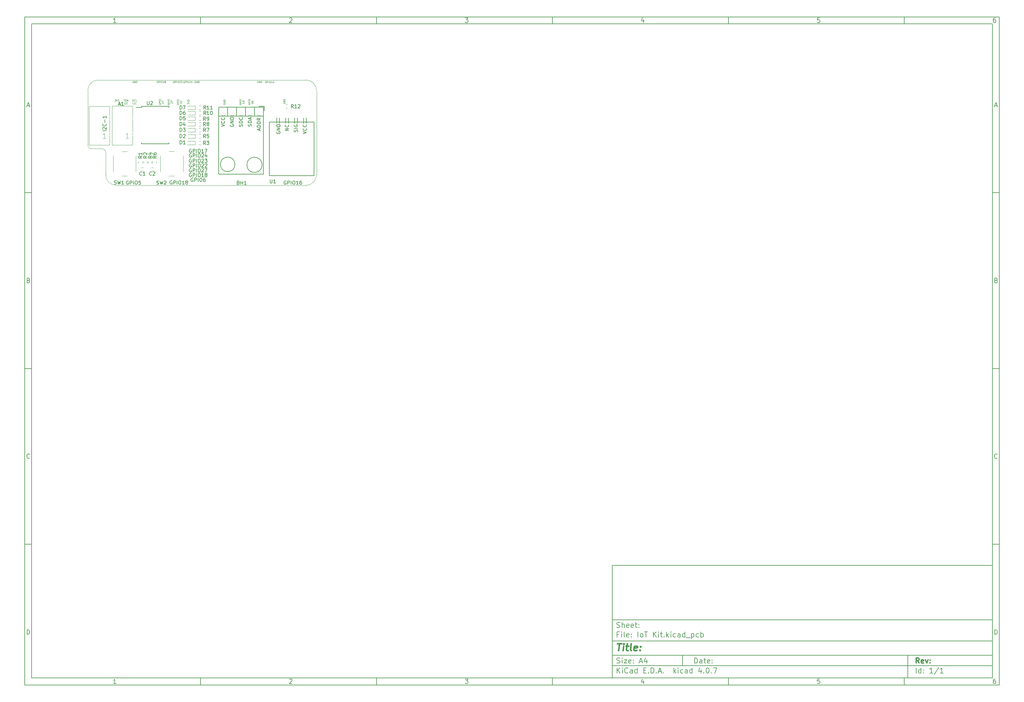
<source format=gbr>
G04 #@! TF.FileFunction,Legend,Top*
%FSLAX46Y46*%
G04 Gerber Fmt 4.6, Leading zero omitted, Abs format (unit mm)*
G04 Created by KiCad (PCBNEW 4.0.7) date Thursday 07 December 2017 'o51' 11:51:57*
%MOMM*%
%LPD*%
G01*
G04 APERTURE LIST*
%ADD10C,0.100000*%
%ADD11C,0.150000*%
%ADD12C,0.300000*%
%ADD13C,0.400000*%
%ADD14C,0.120000*%
G04 APERTURE END LIST*
D10*
D11*
X177002200Y-166007200D02*
X177002200Y-198007200D01*
X285002200Y-198007200D01*
X285002200Y-166007200D01*
X177002200Y-166007200D01*
D10*
D11*
X10000000Y-10000000D02*
X10000000Y-200007200D01*
X287002200Y-200007200D01*
X287002200Y-10000000D01*
X10000000Y-10000000D01*
D10*
D11*
X12000000Y-12000000D02*
X12000000Y-198007200D01*
X285002200Y-198007200D01*
X285002200Y-12000000D01*
X12000000Y-12000000D01*
D10*
D11*
X60000000Y-12000000D02*
X60000000Y-10000000D01*
D10*
D11*
X110000000Y-12000000D02*
X110000000Y-10000000D01*
D10*
D11*
X160000000Y-12000000D02*
X160000000Y-10000000D01*
D10*
D11*
X210000000Y-12000000D02*
X210000000Y-10000000D01*
D10*
D11*
X260000000Y-12000000D02*
X260000000Y-10000000D01*
D10*
D11*
X35990476Y-11588095D02*
X35247619Y-11588095D01*
X35619048Y-11588095D02*
X35619048Y-10288095D01*
X35495238Y-10473810D01*
X35371429Y-10597619D01*
X35247619Y-10659524D01*
D10*
D11*
X85247619Y-10411905D02*
X85309524Y-10350000D01*
X85433333Y-10288095D01*
X85742857Y-10288095D01*
X85866667Y-10350000D01*
X85928571Y-10411905D01*
X85990476Y-10535714D01*
X85990476Y-10659524D01*
X85928571Y-10845238D01*
X85185714Y-11588095D01*
X85990476Y-11588095D01*
D10*
D11*
X135185714Y-10288095D02*
X135990476Y-10288095D01*
X135557143Y-10783333D01*
X135742857Y-10783333D01*
X135866667Y-10845238D01*
X135928571Y-10907143D01*
X135990476Y-11030952D01*
X135990476Y-11340476D01*
X135928571Y-11464286D01*
X135866667Y-11526190D01*
X135742857Y-11588095D01*
X135371429Y-11588095D01*
X135247619Y-11526190D01*
X135185714Y-11464286D01*
D10*
D11*
X185866667Y-10721429D02*
X185866667Y-11588095D01*
X185557143Y-10226190D02*
X185247619Y-11154762D01*
X186052381Y-11154762D01*
D10*
D11*
X235928571Y-10288095D02*
X235309524Y-10288095D01*
X235247619Y-10907143D01*
X235309524Y-10845238D01*
X235433333Y-10783333D01*
X235742857Y-10783333D01*
X235866667Y-10845238D01*
X235928571Y-10907143D01*
X235990476Y-11030952D01*
X235990476Y-11340476D01*
X235928571Y-11464286D01*
X235866667Y-11526190D01*
X235742857Y-11588095D01*
X235433333Y-11588095D01*
X235309524Y-11526190D01*
X235247619Y-11464286D01*
D10*
D11*
X285866667Y-10288095D02*
X285619048Y-10288095D01*
X285495238Y-10350000D01*
X285433333Y-10411905D01*
X285309524Y-10597619D01*
X285247619Y-10845238D01*
X285247619Y-11340476D01*
X285309524Y-11464286D01*
X285371429Y-11526190D01*
X285495238Y-11588095D01*
X285742857Y-11588095D01*
X285866667Y-11526190D01*
X285928571Y-11464286D01*
X285990476Y-11340476D01*
X285990476Y-11030952D01*
X285928571Y-10907143D01*
X285866667Y-10845238D01*
X285742857Y-10783333D01*
X285495238Y-10783333D01*
X285371429Y-10845238D01*
X285309524Y-10907143D01*
X285247619Y-11030952D01*
D10*
D11*
X60000000Y-198007200D02*
X60000000Y-200007200D01*
D10*
D11*
X110000000Y-198007200D02*
X110000000Y-200007200D01*
D10*
D11*
X160000000Y-198007200D02*
X160000000Y-200007200D01*
D10*
D11*
X210000000Y-198007200D02*
X210000000Y-200007200D01*
D10*
D11*
X260000000Y-198007200D02*
X260000000Y-200007200D01*
D10*
D11*
X35990476Y-199595295D02*
X35247619Y-199595295D01*
X35619048Y-199595295D02*
X35619048Y-198295295D01*
X35495238Y-198481010D01*
X35371429Y-198604819D01*
X35247619Y-198666724D01*
D10*
D11*
X85247619Y-198419105D02*
X85309524Y-198357200D01*
X85433333Y-198295295D01*
X85742857Y-198295295D01*
X85866667Y-198357200D01*
X85928571Y-198419105D01*
X85990476Y-198542914D01*
X85990476Y-198666724D01*
X85928571Y-198852438D01*
X85185714Y-199595295D01*
X85990476Y-199595295D01*
D10*
D11*
X135185714Y-198295295D02*
X135990476Y-198295295D01*
X135557143Y-198790533D01*
X135742857Y-198790533D01*
X135866667Y-198852438D01*
X135928571Y-198914343D01*
X135990476Y-199038152D01*
X135990476Y-199347676D01*
X135928571Y-199471486D01*
X135866667Y-199533390D01*
X135742857Y-199595295D01*
X135371429Y-199595295D01*
X135247619Y-199533390D01*
X135185714Y-199471486D01*
D10*
D11*
X185866667Y-198728629D02*
X185866667Y-199595295D01*
X185557143Y-198233390D02*
X185247619Y-199161962D01*
X186052381Y-199161962D01*
D10*
D11*
X235928571Y-198295295D02*
X235309524Y-198295295D01*
X235247619Y-198914343D01*
X235309524Y-198852438D01*
X235433333Y-198790533D01*
X235742857Y-198790533D01*
X235866667Y-198852438D01*
X235928571Y-198914343D01*
X235990476Y-199038152D01*
X235990476Y-199347676D01*
X235928571Y-199471486D01*
X235866667Y-199533390D01*
X235742857Y-199595295D01*
X235433333Y-199595295D01*
X235309524Y-199533390D01*
X235247619Y-199471486D01*
D10*
D11*
X285866667Y-198295295D02*
X285619048Y-198295295D01*
X285495238Y-198357200D01*
X285433333Y-198419105D01*
X285309524Y-198604819D01*
X285247619Y-198852438D01*
X285247619Y-199347676D01*
X285309524Y-199471486D01*
X285371429Y-199533390D01*
X285495238Y-199595295D01*
X285742857Y-199595295D01*
X285866667Y-199533390D01*
X285928571Y-199471486D01*
X285990476Y-199347676D01*
X285990476Y-199038152D01*
X285928571Y-198914343D01*
X285866667Y-198852438D01*
X285742857Y-198790533D01*
X285495238Y-198790533D01*
X285371429Y-198852438D01*
X285309524Y-198914343D01*
X285247619Y-199038152D01*
D10*
D11*
X10000000Y-60000000D02*
X12000000Y-60000000D01*
D10*
D11*
X10000000Y-110000000D02*
X12000000Y-110000000D01*
D10*
D11*
X10000000Y-160000000D02*
X12000000Y-160000000D01*
D10*
D11*
X10690476Y-35216667D02*
X11309524Y-35216667D01*
X10566667Y-35588095D02*
X11000000Y-34288095D01*
X11433333Y-35588095D01*
D10*
D11*
X11092857Y-84907143D02*
X11278571Y-84969048D01*
X11340476Y-85030952D01*
X11402381Y-85154762D01*
X11402381Y-85340476D01*
X11340476Y-85464286D01*
X11278571Y-85526190D01*
X11154762Y-85588095D01*
X10659524Y-85588095D01*
X10659524Y-84288095D01*
X11092857Y-84288095D01*
X11216667Y-84350000D01*
X11278571Y-84411905D01*
X11340476Y-84535714D01*
X11340476Y-84659524D01*
X11278571Y-84783333D01*
X11216667Y-84845238D01*
X11092857Y-84907143D01*
X10659524Y-84907143D01*
D10*
D11*
X11402381Y-135464286D02*
X11340476Y-135526190D01*
X11154762Y-135588095D01*
X11030952Y-135588095D01*
X10845238Y-135526190D01*
X10721429Y-135402381D01*
X10659524Y-135278571D01*
X10597619Y-135030952D01*
X10597619Y-134845238D01*
X10659524Y-134597619D01*
X10721429Y-134473810D01*
X10845238Y-134350000D01*
X11030952Y-134288095D01*
X11154762Y-134288095D01*
X11340476Y-134350000D01*
X11402381Y-134411905D01*
D10*
D11*
X10659524Y-185588095D02*
X10659524Y-184288095D01*
X10969048Y-184288095D01*
X11154762Y-184350000D01*
X11278571Y-184473810D01*
X11340476Y-184597619D01*
X11402381Y-184845238D01*
X11402381Y-185030952D01*
X11340476Y-185278571D01*
X11278571Y-185402381D01*
X11154762Y-185526190D01*
X10969048Y-185588095D01*
X10659524Y-185588095D01*
D10*
D11*
X287002200Y-60000000D02*
X285002200Y-60000000D01*
D10*
D11*
X287002200Y-110000000D02*
X285002200Y-110000000D01*
D10*
D11*
X287002200Y-160000000D02*
X285002200Y-160000000D01*
D10*
D11*
X285692676Y-35216667D02*
X286311724Y-35216667D01*
X285568867Y-35588095D02*
X286002200Y-34288095D01*
X286435533Y-35588095D01*
D10*
D11*
X286095057Y-84907143D02*
X286280771Y-84969048D01*
X286342676Y-85030952D01*
X286404581Y-85154762D01*
X286404581Y-85340476D01*
X286342676Y-85464286D01*
X286280771Y-85526190D01*
X286156962Y-85588095D01*
X285661724Y-85588095D01*
X285661724Y-84288095D01*
X286095057Y-84288095D01*
X286218867Y-84350000D01*
X286280771Y-84411905D01*
X286342676Y-84535714D01*
X286342676Y-84659524D01*
X286280771Y-84783333D01*
X286218867Y-84845238D01*
X286095057Y-84907143D01*
X285661724Y-84907143D01*
D10*
D11*
X286404581Y-135464286D02*
X286342676Y-135526190D01*
X286156962Y-135588095D01*
X286033152Y-135588095D01*
X285847438Y-135526190D01*
X285723629Y-135402381D01*
X285661724Y-135278571D01*
X285599819Y-135030952D01*
X285599819Y-134845238D01*
X285661724Y-134597619D01*
X285723629Y-134473810D01*
X285847438Y-134350000D01*
X286033152Y-134288095D01*
X286156962Y-134288095D01*
X286342676Y-134350000D01*
X286404581Y-134411905D01*
D10*
D11*
X285661724Y-185588095D02*
X285661724Y-184288095D01*
X285971248Y-184288095D01*
X286156962Y-184350000D01*
X286280771Y-184473810D01*
X286342676Y-184597619D01*
X286404581Y-184845238D01*
X286404581Y-185030952D01*
X286342676Y-185278571D01*
X286280771Y-185402381D01*
X286156962Y-185526190D01*
X285971248Y-185588095D01*
X285661724Y-185588095D01*
D10*
D11*
X200359343Y-193785771D02*
X200359343Y-192285771D01*
X200716486Y-192285771D01*
X200930771Y-192357200D01*
X201073629Y-192500057D01*
X201145057Y-192642914D01*
X201216486Y-192928629D01*
X201216486Y-193142914D01*
X201145057Y-193428629D01*
X201073629Y-193571486D01*
X200930771Y-193714343D01*
X200716486Y-193785771D01*
X200359343Y-193785771D01*
X202502200Y-193785771D02*
X202502200Y-193000057D01*
X202430771Y-192857200D01*
X202287914Y-192785771D01*
X202002200Y-192785771D01*
X201859343Y-192857200D01*
X202502200Y-193714343D02*
X202359343Y-193785771D01*
X202002200Y-193785771D01*
X201859343Y-193714343D01*
X201787914Y-193571486D01*
X201787914Y-193428629D01*
X201859343Y-193285771D01*
X202002200Y-193214343D01*
X202359343Y-193214343D01*
X202502200Y-193142914D01*
X203002200Y-192785771D02*
X203573629Y-192785771D01*
X203216486Y-192285771D02*
X203216486Y-193571486D01*
X203287914Y-193714343D01*
X203430772Y-193785771D01*
X203573629Y-193785771D01*
X204645057Y-193714343D02*
X204502200Y-193785771D01*
X204216486Y-193785771D01*
X204073629Y-193714343D01*
X204002200Y-193571486D01*
X204002200Y-193000057D01*
X204073629Y-192857200D01*
X204216486Y-192785771D01*
X204502200Y-192785771D01*
X204645057Y-192857200D01*
X204716486Y-193000057D01*
X204716486Y-193142914D01*
X204002200Y-193285771D01*
X205359343Y-193642914D02*
X205430771Y-193714343D01*
X205359343Y-193785771D01*
X205287914Y-193714343D01*
X205359343Y-193642914D01*
X205359343Y-193785771D01*
X205359343Y-192857200D02*
X205430771Y-192928629D01*
X205359343Y-193000057D01*
X205287914Y-192928629D01*
X205359343Y-192857200D01*
X205359343Y-193000057D01*
D10*
D11*
X177002200Y-194507200D02*
X285002200Y-194507200D01*
D10*
D11*
X178359343Y-196585771D02*
X178359343Y-195085771D01*
X179216486Y-196585771D02*
X178573629Y-195728629D01*
X179216486Y-195085771D02*
X178359343Y-195942914D01*
X179859343Y-196585771D02*
X179859343Y-195585771D01*
X179859343Y-195085771D02*
X179787914Y-195157200D01*
X179859343Y-195228629D01*
X179930771Y-195157200D01*
X179859343Y-195085771D01*
X179859343Y-195228629D01*
X181430772Y-196442914D02*
X181359343Y-196514343D01*
X181145057Y-196585771D01*
X181002200Y-196585771D01*
X180787915Y-196514343D01*
X180645057Y-196371486D01*
X180573629Y-196228629D01*
X180502200Y-195942914D01*
X180502200Y-195728629D01*
X180573629Y-195442914D01*
X180645057Y-195300057D01*
X180787915Y-195157200D01*
X181002200Y-195085771D01*
X181145057Y-195085771D01*
X181359343Y-195157200D01*
X181430772Y-195228629D01*
X182716486Y-196585771D02*
X182716486Y-195800057D01*
X182645057Y-195657200D01*
X182502200Y-195585771D01*
X182216486Y-195585771D01*
X182073629Y-195657200D01*
X182716486Y-196514343D02*
X182573629Y-196585771D01*
X182216486Y-196585771D01*
X182073629Y-196514343D01*
X182002200Y-196371486D01*
X182002200Y-196228629D01*
X182073629Y-196085771D01*
X182216486Y-196014343D01*
X182573629Y-196014343D01*
X182716486Y-195942914D01*
X184073629Y-196585771D02*
X184073629Y-195085771D01*
X184073629Y-196514343D02*
X183930772Y-196585771D01*
X183645058Y-196585771D01*
X183502200Y-196514343D01*
X183430772Y-196442914D01*
X183359343Y-196300057D01*
X183359343Y-195871486D01*
X183430772Y-195728629D01*
X183502200Y-195657200D01*
X183645058Y-195585771D01*
X183930772Y-195585771D01*
X184073629Y-195657200D01*
X185930772Y-195800057D02*
X186430772Y-195800057D01*
X186645058Y-196585771D02*
X185930772Y-196585771D01*
X185930772Y-195085771D01*
X186645058Y-195085771D01*
X187287915Y-196442914D02*
X187359343Y-196514343D01*
X187287915Y-196585771D01*
X187216486Y-196514343D01*
X187287915Y-196442914D01*
X187287915Y-196585771D01*
X188002201Y-196585771D02*
X188002201Y-195085771D01*
X188359344Y-195085771D01*
X188573629Y-195157200D01*
X188716487Y-195300057D01*
X188787915Y-195442914D01*
X188859344Y-195728629D01*
X188859344Y-195942914D01*
X188787915Y-196228629D01*
X188716487Y-196371486D01*
X188573629Y-196514343D01*
X188359344Y-196585771D01*
X188002201Y-196585771D01*
X189502201Y-196442914D02*
X189573629Y-196514343D01*
X189502201Y-196585771D01*
X189430772Y-196514343D01*
X189502201Y-196442914D01*
X189502201Y-196585771D01*
X190145058Y-196157200D02*
X190859344Y-196157200D01*
X190002201Y-196585771D02*
X190502201Y-195085771D01*
X191002201Y-196585771D01*
X191502201Y-196442914D02*
X191573629Y-196514343D01*
X191502201Y-196585771D01*
X191430772Y-196514343D01*
X191502201Y-196442914D01*
X191502201Y-196585771D01*
X194502201Y-196585771D02*
X194502201Y-195085771D01*
X194645058Y-196014343D02*
X195073629Y-196585771D01*
X195073629Y-195585771D02*
X194502201Y-196157200D01*
X195716487Y-196585771D02*
X195716487Y-195585771D01*
X195716487Y-195085771D02*
X195645058Y-195157200D01*
X195716487Y-195228629D01*
X195787915Y-195157200D01*
X195716487Y-195085771D01*
X195716487Y-195228629D01*
X197073630Y-196514343D02*
X196930773Y-196585771D01*
X196645059Y-196585771D01*
X196502201Y-196514343D01*
X196430773Y-196442914D01*
X196359344Y-196300057D01*
X196359344Y-195871486D01*
X196430773Y-195728629D01*
X196502201Y-195657200D01*
X196645059Y-195585771D01*
X196930773Y-195585771D01*
X197073630Y-195657200D01*
X198359344Y-196585771D02*
X198359344Y-195800057D01*
X198287915Y-195657200D01*
X198145058Y-195585771D01*
X197859344Y-195585771D01*
X197716487Y-195657200D01*
X198359344Y-196514343D02*
X198216487Y-196585771D01*
X197859344Y-196585771D01*
X197716487Y-196514343D01*
X197645058Y-196371486D01*
X197645058Y-196228629D01*
X197716487Y-196085771D01*
X197859344Y-196014343D01*
X198216487Y-196014343D01*
X198359344Y-195942914D01*
X199716487Y-196585771D02*
X199716487Y-195085771D01*
X199716487Y-196514343D02*
X199573630Y-196585771D01*
X199287916Y-196585771D01*
X199145058Y-196514343D01*
X199073630Y-196442914D01*
X199002201Y-196300057D01*
X199002201Y-195871486D01*
X199073630Y-195728629D01*
X199145058Y-195657200D01*
X199287916Y-195585771D01*
X199573630Y-195585771D01*
X199716487Y-195657200D01*
X202216487Y-195585771D02*
X202216487Y-196585771D01*
X201859344Y-195014343D02*
X201502201Y-196085771D01*
X202430773Y-196085771D01*
X203002201Y-196442914D02*
X203073629Y-196514343D01*
X203002201Y-196585771D01*
X202930772Y-196514343D01*
X203002201Y-196442914D01*
X203002201Y-196585771D01*
X204002201Y-195085771D02*
X204145058Y-195085771D01*
X204287915Y-195157200D01*
X204359344Y-195228629D01*
X204430773Y-195371486D01*
X204502201Y-195657200D01*
X204502201Y-196014343D01*
X204430773Y-196300057D01*
X204359344Y-196442914D01*
X204287915Y-196514343D01*
X204145058Y-196585771D01*
X204002201Y-196585771D01*
X203859344Y-196514343D01*
X203787915Y-196442914D01*
X203716487Y-196300057D01*
X203645058Y-196014343D01*
X203645058Y-195657200D01*
X203716487Y-195371486D01*
X203787915Y-195228629D01*
X203859344Y-195157200D01*
X204002201Y-195085771D01*
X205145058Y-196442914D02*
X205216486Y-196514343D01*
X205145058Y-196585771D01*
X205073629Y-196514343D01*
X205145058Y-196442914D01*
X205145058Y-196585771D01*
X205716487Y-195085771D02*
X206716487Y-195085771D01*
X206073630Y-196585771D01*
D10*
D11*
X177002200Y-191507200D02*
X285002200Y-191507200D01*
D10*
D12*
X264216486Y-193785771D02*
X263716486Y-193071486D01*
X263359343Y-193785771D02*
X263359343Y-192285771D01*
X263930771Y-192285771D01*
X264073629Y-192357200D01*
X264145057Y-192428629D01*
X264216486Y-192571486D01*
X264216486Y-192785771D01*
X264145057Y-192928629D01*
X264073629Y-193000057D01*
X263930771Y-193071486D01*
X263359343Y-193071486D01*
X265430771Y-193714343D02*
X265287914Y-193785771D01*
X265002200Y-193785771D01*
X264859343Y-193714343D01*
X264787914Y-193571486D01*
X264787914Y-193000057D01*
X264859343Y-192857200D01*
X265002200Y-192785771D01*
X265287914Y-192785771D01*
X265430771Y-192857200D01*
X265502200Y-193000057D01*
X265502200Y-193142914D01*
X264787914Y-193285771D01*
X266002200Y-192785771D02*
X266359343Y-193785771D01*
X266716485Y-192785771D01*
X267287914Y-193642914D02*
X267359342Y-193714343D01*
X267287914Y-193785771D01*
X267216485Y-193714343D01*
X267287914Y-193642914D01*
X267287914Y-193785771D01*
X267287914Y-192857200D02*
X267359342Y-192928629D01*
X267287914Y-193000057D01*
X267216485Y-192928629D01*
X267287914Y-192857200D01*
X267287914Y-193000057D01*
D10*
D11*
X178287914Y-193714343D02*
X178502200Y-193785771D01*
X178859343Y-193785771D01*
X179002200Y-193714343D01*
X179073629Y-193642914D01*
X179145057Y-193500057D01*
X179145057Y-193357200D01*
X179073629Y-193214343D01*
X179002200Y-193142914D01*
X178859343Y-193071486D01*
X178573629Y-193000057D01*
X178430771Y-192928629D01*
X178359343Y-192857200D01*
X178287914Y-192714343D01*
X178287914Y-192571486D01*
X178359343Y-192428629D01*
X178430771Y-192357200D01*
X178573629Y-192285771D01*
X178930771Y-192285771D01*
X179145057Y-192357200D01*
X179787914Y-193785771D02*
X179787914Y-192785771D01*
X179787914Y-192285771D02*
X179716485Y-192357200D01*
X179787914Y-192428629D01*
X179859342Y-192357200D01*
X179787914Y-192285771D01*
X179787914Y-192428629D01*
X180359343Y-192785771D02*
X181145057Y-192785771D01*
X180359343Y-193785771D01*
X181145057Y-193785771D01*
X182287914Y-193714343D02*
X182145057Y-193785771D01*
X181859343Y-193785771D01*
X181716486Y-193714343D01*
X181645057Y-193571486D01*
X181645057Y-193000057D01*
X181716486Y-192857200D01*
X181859343Y-192785771D01*
X182145057Y-192785771D01*
X182287914Y-192857200D01*
X182359343Y-193000057D01*
X182359343Y-193142914D01*
X181645057Y-193285771D01*
X183002200Y-193642914D02*
X183073628Y-193714343D01*
X183002200Y-193785771D01*
X182930771Y-193714343D01*
X183002200Y-193642914D01*
X183002200Y-193785771D01*
X183002200Y-192857200D02*
X183073628Y-192928629D01*
X183002200Y-193000057D01*
X182930771Y-192928629D01*
X183002200Y-192857200D01*
X183002200Y-193000057D01*
X184787914Y-193357200D02*
X185502200Y-193357200D01*
X184645057Y-193785771D02*
X185145057Y-192285771D01*
X185645057Y-193785771D01*
X186787914Y-192785771D02*
X186787914Y-193785771D01*
X186430771Y-192214343D02*
X186073628Y-193285771D01*
X187002200Y-193285771D01*
D10*
D11*
X263359343Y-196585771D02*
X263359343Y-195085771D01*
X264716486Y-196585771D02*
X264716486Y-195085771D01*
X264716486Y-196514343D02*
X264573629Y-196585771D01*
X264287915Y-196585771D01*
X264145057Y-196514343D01*
X264073629Y-196442914D01*
X264002200Y-196300057D01*
X264002200Y-195871486D01*
X264073629Y-195728629D01*
X264145057Y-195657200D01*
X264287915Y-195585771D01*
X264573629Y-195585771D01*
X264716486Y-195657200D01*
X265430772Y-196442914D02*
X265502200Y-196514343D01*
X265430772Y-196585771D01*
X265359343Y-196514343D01*
X265430772Y-196442914D01*
X265430772Y-196585771D01*
X265430772Y-195657200D02*
X265502200Y-195728629D01*
X265430772Y-195800057D01*
X265359343Y-195728629D01*
X265430772Y-195657200D01*
X265430772Y-195800057D01*
X268073629Y-196585771D02*
X267216486Y-196585771D01*
X267645058Y-196585771D02*
X267645058Y-195085771D01*
X267502201Y-195300057D01*
X267359343Y-195442914D01*
X267216486Y-195514343D01*
X269787914Y-195014343D02*
X268502200Y-196942914D01*
X271073629Y-196585771D02*
X270216486Y-196585771D01*
X270645058Y-196585771D02*
X270645058Y-195085771D01*
X270502201Y-195300057D01*
X270359343Y-195442914D01*
X270216486Y-195514343D01*
D10*
D11*
X177002200Y-187507200D02*
X285002200Y-187507200D01*
D10*
D13*
X178454581Y-188211962D02*
X179597438Y-188211962D01*
X178776010Y-190211962D02*
X179026010Y-188211962D01*
X180014105Y-190211962D02*
X180180771Y-188878629D01*
X180264105Y-188211962D02*
X180156962Y-188307200D01*
X180240295Y-188402438D01*
X180347439Y-188307200D01*
X180264105Y-188211962D01*
X180240295Y-188402438D01*
X180847438Y-188878629D02*
X181609343Y-188878629D01*
X181216486Y-188211962D02*
X181002200Y-189926248D01*
X181073630Y-190116724D01*
X181252201Y-190211962D01*
X181442677Y-190211962D01*
X182395058Y-190211962D02*
X182216487Y-190116724D01*
X182145057Y-189926248D01*
X182359343Y-188211962D01*
X183930772Y-190116724D02*
X183728391Y-190211962D01*
X183347439Y-190211962D01*
X183168867Y-190116724D01*
X183097438Y-189926248D01*
X183192676Y-189164343D01*
X183311724Y-188973867D01*
X183514105Y-188878629D01*
X183895057Y-188878629D01*
X184073629Y-188973867D01*
X184145057Y-189164343D01*
X184121248Y-189354819D01*
X183145057Y-189545295D01*
X184895057Y-190021486D02*
X184978392Y-190116724D01*
X184871248Y-190211962D01*
X184787915Y-190116724D01*
X184895057Y-190021486D01*
X184871248Y-190211962D01*
X185026010Y-188973867D02*
X185109344Y-189069105D01*
X185002200Y-189164343D01*
X184918867Y-189069105D01*
X185026010Y-188973867D01*
X185002200Y-189164343D01*
D10*
D11*
X178859343Y-185600057D02*
X178359343Y-185600057D01*
X178359343Y-186385771D02*
X178359343Y-184885771D01*
X179073629Y-184885771D01*
X179645057Y-186385771D02*
X179645057Y-185385771D01*
X179645057Y-184885771D02*
X179573628Y-184957200D01*
X179645057Y-185028629D01*
X179716485Y-184957200D01*
X179645057Y-184885771D01*
X179645057Y-185028629D01*
X180573629Y-186385771D02*
X180430771Y-186314343D01*
X180359343Y-186171486D01*
X180359343Y-184885771D01*
X181716485Y-186314343D02*
X181573628Y-186385771D01*
X181287914Y-186385771D01*
X181145057Y-186314343D01*
X181073628Y-186171486D01*
X181073628Y-185600057D01*
X181145057Y-185457200D01*
X181287914Y-185385771D01*
X181573628Y-185385771D01*
X181716485Y-185457200D01*
X181787914Y-185600057D01*
X181787914Y-185742914D01*
X181073628Y-185885771D01*
X182430771Y-186242914D02*
X182502199Y-186314343D01*
X182430771Y-186385771D01*
X182359342Y-186314343D01*
X182430771Y-186242914D01*
X182430771Y-186385771D01*
X182430771Y-185457200D02*
X182502199Y-185528629D01*
X182430771Y-185600057D01*
X182359342Y-185528629D01*
X182430771Y-185457200D01*
X182430771Y-185600057D01*
X184287914Y-186385771D02*
X184287914Y-184885771D01*
X185216486Y-186385771D02*
X185073628Y-186314343D01*
X185002200Y-186242914D01*
X184930771Y-186100057D01*
X184930771Y-185671486D01*
X185002200Y-185528629D01*
X185073628Y-185457200D01*
X185216486Y-185385771D01*
X185430771Y-185385771D01*
X185573628Y-185457200D01*
X185645057Y-185528629D01*
X185716486Y-185671486D01*
X185716486Y-186100057D01*
X185645057Y-186242914D01*
X185573628Y-186314343D01*
X185430771Y-186385771D01*
X185216486Y-186385771D01*
X186145057Y-184885771D02*
X187002200Y-184885771D01*
X186573629Y-186385771D02*
X186573629Y-184885771D01*
X188645057Y-186385771D02*
X188645057Y-184885771D01*
X189502200Y-186385771D02*
X188859343Y-185528629D01*
X189502200Y-184885771D02*
X188645057Y-185742914D01*
X190145057Y-186385771D02*
X190145057Y-185385771D01*
X190145057Y-184885771D02*
X190073628Y-184957200D01*
X190145057Y-185028629D01*
X190216485Y-184957200D01*
X190145057Y-184885771D01*
X190145057Y-185028629D01*
X190645057Y-185385771D02*
X191216486Y-185385771D01*
X190859343Y-184885771D02*
X190859343Y-186171486D01*
X190930771Y-186314343D01*
X191073629Y-186385771D01*
X191216486Y-186385771D01*
X191716486Y-186242914D02*
X191787914Y-186314343D01*
X191716486Y-186385771D01*
X191645057Y-186314343D01*
X191716486Y-186242914D01*
X191716486Y-186385771D01*
X192430772Y-186385771D02*
X192430772Y-184885771D01*
X192573629Y-185814343D02*
X193002200Y-186385771D01*
X193002200Y-185385771D02*
X192430772Y-185957200D01*
X193645058Y-186385771D02*
X193645058Y-185385771D01*
X193645058Y-184885771D02*
X193573629Y-184957200D01*
X193645058Y-185028629D01*
X193716486Y-184957200D01*
X193645058Y-184885771D01*
X193645058Y-185028629D01*
X195002201Y-186314343D02*
X194859344Y-186385771D01*
X194573630Y-186385771D01*
X194430772Y-186314343D01*
X194359344Y-186242914D01*
X194287915Y-186100057D01*
X194287915Y-185671486D01*
X194359344Y-185528629D01*
X194430772Y-185457200D01*
X194573630Y-185385771D01*
X194859344Y-185385771D01*
X195002201Y-185457200D01*
X196287915Y-186385771D02*
X196287915Y-185600057D01*
X196216486Y-185457200D01*
X196073629Y-185385771D01*
X195787915Y-185385771D01*
X195645058Y-185457200D01*
X196287915Y-186314343D02*
X196145058Y-186385771D01*
X195787915Y-186385771D01*
X195645058Y-186314343D01*
X195573629Y-186171486D01*
X195573629Y-186028629D01*
X195645058Y-185885771D01*
X195787915Y-185814343D01*
X196145058Y-185814343D01*
X196287915Y-185742914D01*
X197645058Y-186385771D02*
X197645058Y-184885771D01*
X197645058Y-186314343D02*
X197502201Y-186385771D01*
X197216487Y-186385771D01*
X197073629Y-186314343D01*
X197002201Y-186242914D01*
X196930772Y-186100057D01*
X196930772Y-185671486D01*
X197002201Y-185528629D01*
X197073629Y-185457200D01*
X197216487Y-185385771D01*
X197502201Y-185385771D01*
X197645058Y-185457200D01*
X198002201Y-186528629D02*
X199145058Y-186528629D01*
X199502201Y-185385771D02*
X199502201Y-186885771D01*
X199502201Y-185457200D02*
X199645058Y-185385771D01*
X199930772Y-185385771D01*
X200073629Y-185457200D01*
X200145058Y-185528629D01*
X200216487Y-185671486D01*
X200216487Y-186100057D01*
X200145058Y-186242914D01*
X200073629Y-186314343D01*
X199930772Y-186385771D01*
X199645058Y-186385771D01*
X199502201Y-186314343D01*
X201502201Y-186314343D02*
X201359344Y-186385771D01*
X201073630Y-186385771D01*
X200930772Y-186314343D01*
X200859344Y-186242914D01*
X200787915Y-186100057D01*
X200787915Y-185671486D01*
X200859344Y-185528629D01*
X200930772Y-185457200D01*
X201073630Y-185385771D01*
X201359344Y-185385771D01*
X201502201Y-185457200D01*
X202145058Y-186385771D02*
X202145058Y-184885771D01*
X202145058Y-185457200D02*
X202287915Y-185385771D01*
X202573629Y-185385771D01*
X202716486Y-185457200D01*
X202787915Y-185528629D01*
X202859344Y-185671486D01*
X202859344Y-186100057D01*
X202787915Y-186242914D01*
X202716486Y-186314343D01*
X202573629Y-186385771D01*
X202287915Y-186385771D01*
X202145058Y-186314343D01*
D10*
D11*
X177002200Y-181507200D02*
X285002200Y-181507200D01*
D10*
D11*
X178287914Y-183614343D02*
X178502200Y-183685771D01*
X178859343Y-183685771D01*
X179002200Y-183614343D01*
X179073629Y-183542914D01*
X179145057Y-183400057D01*
X179145057Y-183257200D01*
X179073629Y-183114343D01*
X179002200Y-183042914D01*
X178859343Y-182971486D01*
X178573629Y-182900057D01*
X178430771Y-182828629D01*
X178359343Y-182757200D01*
X178287914Y-182614343D01*
X178287914Y-182471486D01*
X178359343Y-182328629D01*
X178430771Y-182257200D01*
X178573629Y-182185771D01*
X178930771Y-182185771D01*
X179145057Y-182257200D01*
X179787914Y-183685771D02*
X179787914Y-182185771D01*
X180430771Y-183685771D02*
X180430771Y-182900057D01*
X180359342Y-182757200D01*
X180216485Y-182685771D01*
X180002200Y-182685771D01*
X179859342Y-182757200D01*
X179787914Y-182828629D01*
X181716485Y-183614343D02*
X181573628Y-183685771D01*
X181287914Y-183685771D01*
X181145057Y-183614343D01*
X181073628Y-183471486D01*
X181073628Y-182900057D01*
X181145057Y-182757200D01*
X181287914Y-182685771D01*
X181573628Y-182685771D01*
X181716485Y-182757200D01*
X181787914Y-182900057D01*
X181787914Y-183042914D01*
X181073628Y-183185771D01*
X183002199Y-183614343D02*
X182859342Y-183685771D01*
X182573628Y-183685771D01*
X182430771Y-183614343D01*
X182359342Y-183471486D01*
X182359342Y-182900057D01*
X182430771Y-182757200D01*
X182573628Y-182685771D01*
X182859342Y-182685771D01*
X183002199Y-182757200D01*
X183073628Y-182900057D01*
X183073628Y-183042914D01*
X182359342Y-183185771D01*
X183502199Y-182685771D02*
X184073628Y-182685771D01*
X183716485Y-182185771D02*
X183716485Y-183471486D01*
X183787913Y-183614343D01*
X183930771Y-183685771D01*
X184073628Y-183685771D01*
X184573628Y-183542914D02*
X184645056Y-183614343D01*
X184573628Y-183685771D01*
X184502199Y-183614343D01*
X184573628Y-183542914D01*
X184573628Y-183685771D01*
X184573628Y-182757200D02*
X184645056Y-182828629D01*
X184573628Y-182900057D01*
X184502199Y-182828629D01*
X184573628Y-182757200D01*
X184573628Y-182900057D01*
D10*
D11*
X197002200Y-191507200D02*
X197002200Y-194507200D01*
D10*
D11*
X261002200Y-191507200D02*
X261002200Y-198007200D01*
D10*
X76403247Y-28248800D02*
X76355628Y-28224990D01*
X76284200Y-28224990D01*
X76212771Y-28248800D01*
X76165152Y-28296419D01*
X76141343Y-28344038D01*
X76117533Y-28439276D01*
X76117533Y-28510705D01*
X76141343Y-28605943D01*
X76165152Y-28653562D01*
X76212771Y-28701181D01*
X76284200Y-28724990D01*
X76331819Y-28724990D01*
X76403247Y-28701181D01*
X76427057Y-28677371D01*
X76427057Y-28510705D01*
X76331819Y-28510705D01*
X76641343Y-28724990D02*
X76641343Y-28224990D01*
X76927057Y-28724990D01*
X76927057Y-28224990D01*
X77165153Y-28724990D02*
X77165153Y-28224990D01*
X77284200Y-28224990D01*
X77355629Y-28248800D01*
X77403248Y-28296419D01*
X77427057Y-28344038D01*
X77450867Y-28439276D01*
X77450867Y-28510705D01*
X77427057Y-28605943D01*
X77403248Y-28653562D01*
X77355629Y-28701181D01*
X77284200Y-28724990D01*
X77165153Y-28724990D01*
X78627410Y-28274200D02*
X78579791Y-28250390D01*
X78508363Y-28250390D01*
X78436934Y-28274200D01*
X78389315Y-28321819D01*
X78365506Y-28369438D01*
X78341696Y-28464676D01*
X78341696Y-28536105D01*
X78365506Y-28631343D01*
X78389315Y-28678962D01*
X78436934Y-28726581D01*
X78508363Y-28750390D01*
X78555982Y-28750390D01*
X78627410Y-28726581D01*
X78651220Y-28702771D01*
X78651220Y-28536105D01*
X78555982Y-28536105D01*
X78865506Y-28750390D02*
X78865506Y-28250390D01*
X79055982Y-28250390D01*
X79103601Y-28274200D01*
X79127410Y-28298010D01*
X79151220Y-28345629D01*
X79151220Y-28417057D01*
X79127410Y-28464676D01*
X79103601Y-28488486D01*
X79055982Y-28512295D01*
X78865506Y-28512295D01*
X79365506Y-28750390D02*
X79365506Y-28250390D01*
X79698839Y-28250390D02*
X79794077Y-28250390D01*
X79841696Y-28274200D01*
X79889315Y-28321819D01*
X79913124Y-28417057D01*
X79913124Y-28583724D01*
X79889315Y-28678962D01*
X79841696Y-28726581D01*
X79794077Y-28750390D01*
X79698839Y-28750390D01*
X79651220Y-28726581D01*
X79603601Y-28678962D01*
X79579791Y-28583724D01*
X79579791Y-28417057D01*
X79603601Y-28321819D01*
X79651220Y-28274200D01*
X79698839Y-28250390D01*
X80389315Y-28750390D02*
X80103601Y-28750390D01*
X80246458Y-28750390D02*
X80246458Y-28250390D01*
X80198839Y-28321819D01*
X80151220Y-28369438D01*
X80103601Y-28393248D01*
X80817886Y-28250390D02*
X80722648Y-28250390D01*
X80675029Y-28274200D01*
X80651220Y-28298010D01*
X80603601Y-28369438D01*
X80579791Y-28464676D01*
X80579791Y-28655152D01*
X80603601Y-28702771D01*
X80627410Y-28726581D01*
X80675029Y-28750390D01*
X80770267Y-28750390D01*
X80817886Y-28726581D01*
X80841696Y-28702771D01*
X80865505Y-28655152D01*
X80865505Y-28536105D01*
X80841696Y-28488486D01*
X80817886Y-28464676D01*
X80770267Y-28440867D01*
X80675029Y-28440867D01*
X80627410Y-28464676D01*
X80603601Y-28488486D01*
X80579791Y-28536105D01*
X83570000Y-34391553D02*
X83546190Y-34439172D01*
X83546190Y-34510600D01*
X83570000Y-34582029D01*
X83617619Y-34629648D01*
X83665238Y-34653457D01*
X83760476Y-34677267D01*
X83831905Y-34677267D01*
X83927143Y-34653457D01*
X83974762Y-34629648D01*
X84022381Y-34582029D01*
X84046190Y-34510600D01*
X84046190Y-34462981D01*
X84022381Y-34391553D01*
X83998571Y-34367743D01*
X83831905Y-34367743D01*
X83831905Y-34462981D01*
X84046190Y-34153457D02*
X83546190Y-34153457D01*
X84046190Y-33867743D01*
X83546190Y-33867743D01*
X84046190Y-33629647D02*
X83546190Y-33629647D01*
X83546190Y-33510600D01*
X83570000Y-33439171D01*
X83617619Y-33391552D01*
X83665238Y-33367743D01*
X83760476Y-33343933D01*
X83831905Y-33343933D01*
X83927143Y-33367743D01*
X83974762Y-33391552D01*
X84022381Y-33439171D01*
X84046190Y-33510600D01*
X84046190Y-33629647D01*
X73594600Y-34713800D02*
X73570790Y-34761419D01*
X73570790Y-34832847D01*
X73594600Y-34904276D01*
X73642219Y-34951895D01*
X73689838Y-34975704D01*
X73785076Y-34999514D01*
X73856505Y-34999514D01*
X73951743Y-34975704D01*
X73999362Y-34951895D01*
X74046981Y-34904276D01*
X74070790Y-34832847D01*
X74070790Y-34785228D01*
X74046981Y-34713800D01*
X74023171Y-34689990D01*
X73856505Y-34689990D01*
X73856505Y-34785228D01*
X74070790Y-34475704D02*
X73570790Y-34475704D01*
X73570790Y-34285228D01*
X73594600Y-34237609D01*
X73618410Y-34213800D01*
X73666029Y-34189990D01*
X73737457Y-34189990D01*
X73785076Y-34213800D01*
X73808886Y-34237609D01*
X73832695Y-34285228D01*
X73832695Y-34475704D01*
X74070790Y-33975704D02*
X73570790Y-33975704D01*
X73570790Y-33642371D02*
X73570790Y-33547133D01*
X73594600Y-33499514D01*
X73642219Y-33451895D01*
X73737457Y-33428086D01*
X73904124Y-33428086D01*
X73999362Y-33451895D01*
X74046981Y-33499514D01*
X74070790Y-33547133D01*
X74070790Y-33642371D01*
X74046981Y-33689990D01*
X73999362Y-33737609D01*
X73904124Y-33761419D01*
X73737457Y-33761419D01*
X73642219Y-33737609D01*
X73594600Y-33689990D01*
X73570790Y-33642371D01*
X74420790Y-34475704D02*
X74420790Y-34428085D01*
X74444600Y-34380466D01*
X74468410Y-34356657D01*
X74516029Y-34332847D01*
X74611267Y-34309038D01*
X74730314Y-34309038D01*
X74825552Y-34332847D01*
X74873171Y-34356657D01*
X74896981Y-34380466D01*
X74920790Y-34428085D01*
X74920790Y-34475704D01*
X74896981Y-34523323D01*
X74873171Y-34547133D01*
X74825552Y-34570942D01*
X74730314Y-34594752D01*
X74611267Y-34594752D01*
X74516029Y-34570942D01*
X74468410Y-34547133D01*
X74444600Y-34523323D01*
X74420790Y-34475704D01*
X74420790Y-33880467D02*
X74420790Y-33975705D01*
X74444600Y-34023324D01*
X74468410Y-34047133D01*
X74539838Y-34094752D01*
X74635076Y-34118562D01*
X74825552Y-34118562D01*
X74873171Y-34094752D01*
X74896981Y-34070943D01*
X74920790Y-34023324D01*
X74920790Y-33928086D01*
X74896981Y-33880467D01*
X74873171Y-33856657D01*
X74825552Y-33832848D01*
X74706505Y-33832848D01*
X74658886Y-33856657D01*
X74635076Y-33880467D01*
X74611267Y-33928086D01*
X74611267Y-34023324D01*
X74635076Y-34070943D01*
X74658886Y-34094752D01*
X74706505Y-34118562D01*
X71080000Y-34713800D02*
X71056190Y-34761419D01*
X71056190Y-34832847D01*
X71080000Y-34904276D01*
X71127619Y-34951895D01*
X71175238Y-34975704D01*
X71270476Y-34999514D01*
X71341905Y-34999514D01*
X71437143Y-34975704D01*
X71484762Y-34951895D01*
X71532381Y-34904276D01*
X71556190Y-34832847D01*
X71556190Y-34785228D01*
X71532381Y-34713800D01*
X71508571Y-34689990D01*
X71341905Y-34689990D01*
X71341905Y-34785228D01*
X71556190Y-34475704D02*
X71056190Y-34475704D01*
X71056190Y-34285228D01*
X71080000Y-34237609D01*
X71103810Y-34213800D01*
X71151429Y-34189990D01*
X71222857Y-34189990D01*
X71270476Y-34213800D01*
X71294286Y-34237609D01*
X71318095Y-34285228D01*
X71318095Y-34475704D01*
X71556190Y-33975704D02*
X71056190Y-33975704D01*
X71056190Y-33642371D02*
X71056190Y-33547133D01*
X71080000Y-33499514D01*
X71127619Y-33451895D01*
X71222857Y-33428086D01*
X71389524Y-33428086D01*
X71484762Y-33451895D01*
X71532381Y-33499514D01*
X71556190Y-33547133D01*
X71556190Y-33642371D01*
X71532381Y-33689990D01*
X71484762Y-33737609D01*
X71389524Y-33761419D01*
X71222857Y-33761419D01*
X71127619Y-33737609D01*
X71080000Y-33689990D01*
X71056190Y-33642371D01*
X72406190Y-34309038D02*
X72406190Y-34594752D01*
X72406190Y-34451895D02*
X71906190Y-34451895D01*
X71977619Y-34499514D01*
X72025238Y-34547133D01*
X72049048Y-34594752D01*
X71906190Y-33856657D02*
X71906190Y-34094752D01*
X72144286Y-34118562D01*
X72120476Y-34094752D01*
X72096667Y-34047133D01*
X72096667Y-33928086D01*
X72120476Y-33880467D01*
X72144286Y-33856657D01*
X72191905Y-33832848D01*
X72310952Y-33832848D01*
X72358571Y-33856657D01*
X72382381Y-33880467D01*
X72406190Y-33928086D01*
X72406190Y-34047133D01*
X72382381Y-34094752D01*
X72358571Y-34118562D01*
X66526600Y-34620153D02*
X66502790Y-34667772D01*
X66502790Y-34739200D01*
X66526600Y-34810629D01*
X66574219Y-34858248D01*
X66621838Y-34882057D01*
X66717076Y-34905867D01*
X66788505Y-34905867D01*
X66883743Y-34882057D01*
X66931362Y-34858248D01*
X66978981Y-34810629D01*
X67002790Y-34739200D01*
X67002790Y-34691581D01*
X66978981Y-34620153D01*
X66955171Y-34596343D01*
X66788505Y-34596343D01*
X66788505Y-34691581D01*
X67002790Y-34382057D02*
X66502790Y-34382057D01*
X67002790Y-34096343D01*
X66502790Y-34096343D01*
X67002790Y-33858247D02*
X66502790Y-33858247D01*
X66502790Y-33739200D01*
X66526600Y-33667771D01*
X66574219Y-33620152D01*
X66621838Y-33596343D01*
X66717076Y-33572533D01*
X66788505Y-33572533D01*
X66883743Y-33596343D01*
X66931362Y-33620152D01*
X66978981Y-33667771D01*
X67002790Y-33739200D01*
X67002790Y-33858247D01*
X56241190Y-34807446D02*
X56241190Y-34497923D01*
X56431667Y-34664589D01*
X56431667Y-34593161D01*
X56455476Y-34545542D01*
X56479286Y-34521732D01*
X56526905Y-34497923D01*
X56645952Y-34497923D01*
X56693571Y-34521732D01*
X56717381Y-34545542D01*
X56741190Y-34593161D01*
X56741190Y-34736018D01*
X56717381Y-34783637D01*
X56693571Y-34807446D01*
X56241190Y-34355066D02*
X56741190Y-34188399D01*
X56241190Y-34021733D01*
X56241190Y-33902685D02*
X56241190Y-33593162D01*
X56431667Y-33759828D01*
X56431667Y-33688400D01*
X56455476Y-33640781D01*
X56479286Y-33616971D01*
X56526905Y-33593162D01*
X56645952Y-33593162D01*
X56693571Y-33616971D01*
X56717381Y-33640781D01*
X56741190Y-33688400D01*
X56741190Y-33831257D01*
X56717381Y-33878876D01*
X56693571Y-33902685D01*
X58572447Y-28248800D02*
X58524828Y-28224990D01*
X58453400Y-28224990D01*
X58381971Y-28248800D01*
X58334352Y-28296419D01*
X58310543Y-28344038D01*
X58286733Y-28439276D01*
X58286733Y-28510705D01*
X58310543Y-28605943D01*
X58334352Y-28653562D01*
X58381971Y-28701181D01*
X58453400Y-28724990D01*
X58501019Y-28724990D01*
X58572447Y-28701181D01*
X58596257Y-28677371D01*
X58596257Y-28510705D01*
X58501019Y-28510705D01*
X58810543Y-28724990D02*
X58810543Y-28224990D01*
X59096257Y-28724990D01*
X59096257Y-28224990D01*
X59334353Y-28724990D02*
X59334353Y-28224990D01*
X59453400Y-28224990D01*
X59524829Y-28248800D01*
X59572448Y-28296419D01*
X59596257Y-28344038D01*
X59620067Y-28439276D01*
X59620067Y-28510705D01*
X59596257Y-28605943D01*
X59572448Y-28653562D01*
X59524829Y-28701181D01*
X59453400Y-28724990D01*
X59334353Y-28724990D01*
X55361010Y-28274200D02*
X55313391Y-28250390D01*
X55241963Y-28250390D01*
X55170534Y-28274200D01*
X55122915Y-28321819D01*
X55099106Y-28369438D01*
X55075296Y-28464676D01*
X55075296Y-28536105D01*
X55099106Y-28631343D01*
X55122915Y-28678962D01*
X55170534Y-28726581D01*
X55241963Y-28750390D01*
X55289582Y-28750390D01*
X55361010Y-28726581D01*
X55384820Y-28702771D01*
X55384820Y-28536105D01*
X55289582Y-28536105D01*
X55599106Y-28750390D02*
X55599106Y-28250390D01*
X55789582Y-28250390D01*
X55837201Y-28274200D01*
X55861010Y-28298010D01*
X55884820Y-28345629D01*
X55884820Y-28417057D01*
X55861010Y-28464676D01*
X55837201Y-28488486D01*
X55789582Y-28512295D01*
X55599106Y-28512295D01*
X56099106Y-28750390D02*
X56099106Y-28250390D01*
X56432439Y-28250390D02*
X56527677Y-28250390D01*
X56575296Y-28274200D01*
X56622915Y-28321819D01*
X56646724Y-28417057D01*
X56646724Y-28583724D01*
X56622915Y-28678962D01*
X56575296Y-28726581D01*
X56527677Y-28750390D01*
X56432439Y-28750390D01*
X56384820Y-28726581D01*
X56337201Y-28678962D01*
X56313391Y-28583724D01*
X56313391Y-28417057D01*
X56337201Y-28321819D01*
X56384820Y-28274200D01*
X56432439Y-28250390D01*
X56837201Y-28298010D02*
X56861011Y-28274200D01*
X56908630Y-28250390D01*
X57027677Y-28250390D01*
X57075296Y-28274200D01*
X57099106Y-28298010D01*
X57122915Y-28345629D01*
X57122915Y-28393248D01*
X57099106Y-28464676D01*
X56813392Y-28750390D01*
X57122915Y-28750390D01*
X57551486Y-28417057D02*
X57551486Y-28750390D01*
X57432439Y-28226581D02*
X57313391Y-28583724D01*
X57622915Y-28583724D01*
X52490810Y-28248800D02*
X52443191Y-28224990D01*
X52371763Y-28224990D01*
X52300334Y-28248800D01*
X52252715Y-28296419D01*
X52228906Y-28344038D01*
X52205096Y-28439276D01*
X52205096Y-28510705D01*
X52228906Y-28605943D01*
X52252715Y-28653562D01*
X52300334Y-28701181D01*
X52371763Y-28724990D01*
X52419382Y-28724990D01*
X52490810Y-28701181D01*
X52514620Y-28677371D01*
X52514620Y-28510705D01*
X52419382Y-28510705D01*
X52728906Y-28724990D02*
X52728906Y-28224990D01*
X52919382Y-28224990D01*
X52967001Y-28248800D01*
X52990810Y-28272610D01*
X53014620Y-28320229D01*
X53014620Y-28391657D01*
X52990810Y-28439276D01*
X52967001Y-28463086D01*
X52919382Y-28486895D01*
X52728906Y-28486895D01*
X53228906Y-28724990D02*
X53228906Y-28224990D01*
X53562239Y-28224990D02*
X53657477Y-28224990D01*
X53705096Y-28248800D01*
X53752715Y-28296419D01*
X53776524Y-28391657D01*
X53776524Y-28558324D01*
X53752715Y-28653562D01*
X53705096Y-28701181D01*
X53657477Y-28724990D01*
X53562239Y-28724990D01*
X53514620Y-28701181D01*
X53467001Y-28653562D01*
X53443191Y-28558324D01*
X53443191Y-28391657D01*
X53467001Y-28296419D01*
X53514620Y-28248800D01*
X53562239Y-28224990D01*
X53967001Y-28272610D02*
X53990811Y-28248800D01*
X54038430Y-28224990D01*
X54157477Y-28224990D01*
X54205096Y-28248800D01*
X54228906Y-28272610D01*
X54252715Y-28320229D01*
X54252715Y-28367848D01*
X54228906Y-28439276D01*
X53943192Y-28724990D01*
X54252715Y-28724990D01*
X54419382Y-28224990D02*
X54728905Y-28224990D01*
X54562239Y-28415467D01*
X54633667Y-28415467D01*
X54681286Y-28439276D01*
X54705096Y-28463086D01*
X54728905Y-28510705D01*
X54728905Y-28629752D01*
X54705096Y-28677371D01*
X54681286Y-28701181D01*
X54633667Y-28724990D01*
X54490810Y-28724990D01*
X54443191Y-28701181D01*
X54419382Y-28677371D01*
X53300000Y-34739200D02*
X53276190Y-34786819D01*
X53276190Y-34858247D01*
X53300000Y-34929676D01*
X53347619Y-34977295D01*
X53395238Y-35001104D01*
X53490476Y-35024914D01*
X53561905Y-35024914D01*
X53657143Y-35001104D01*
X53704762Y-34977295D01*
X53752381Y-34929676D01*
X53776190Y-34858247D01*
X53776190Y-34810628D01*
X53752381Y-34739200D01*
X53728571Y-34715390D01*
X53561905Y-34715390D01*
X53561905Y-34810628D01*
X53776190Y-34501104D02*
X53276190Y-34501104D01*
X53276190Y-34310628D01*
X53300000Y-34263009D01*
X53323810Y-34239200D01*
X53371429Y-34215390D01*
X53442857Y-34215390D01*
X53490476Y-34239200D01*
X53514286Y-34263009D01*
X53538095Y-34310628D01*
X53538095Y-34501104D01*
X53776190Y-34001104D02*
X53276190Y-34001104D01*
X53276190Y-33667771D02*
X53276190Y-33572533D01*
X53300000Y-33524914D01*
X53347619Y-33477295D01*
X53442857Y-33453486D01*
X53609524Y-33453486D01*
X53704762Y-33477295D01*
X53752381Y-33524914D01*
X53776190Y-33572533D01*
X53776190Y-33667771D01*
X53752381Y-33715390D01*
X53704762Y-33763009D01*
X53609524Y-33786819D01*
X53442857Y-33786819D01*
X53347619Y-33763009D01*
X53300000Y-33715390D01*
X53276190Y-33667771D01*
X54173810Y-34620152D02*
X54150000Y-34596342D01*
X54126190Y-34548723D01*
X54126190Y-34429676D01*
X54150000Y-34382057D01*
X54173810Y-34358247D01*
X54221429Y-34334438D01*
X54269048Y-34334438D01*
X54340476Y-34358247D01*
X54626190Y-34643961D01*
X54626190Y-34334438D01*
X54173810Y-34143962D02*
X54150000Y-34120152D01*
X54126190Y-34072533D01*
X54126190Y-33953486D01*
X54150000Y-33905867D01*
X54173810Y-33882057D01*
X54221429Y-33858248D01*
X54269048Y-33858248D01*
X54340476Y-33882057D01*
X54626190Y-34167771D01*
X54626190Y-33858248D01*
X50658400Y-34713800D02*
X50634590Y-34761419D01*
X50634590Y-34832847D01*
X50658400Y-34904276D01*
X50706019Y-34951895D01*
X50753638Y-34975704D01*
X50848876Y-34999514D01*
X50920305Y-34999514D01*
X51015543Y-34975704D01*
X51063162Y-34951895D01*
X51110781Y-34904276D01*
X51134590Y-34832847D01*
X51134590Y-34785228D01*
X51110781Y-34713800D01*
X51086971Y-34689990D01*
X50920305Y-34689990D01*
X50920305Y-34785228D01*
X51134590Y-34475704D02*
X50634590Y-34475704D01*
X50634590Y-34285228D01*
X50658400Y-34237609D01*
X50682210Y-34213800D01*
X50729829Y-34189990D01*
X50801257Y-34189990D01*
X50848876Y-34213800D01*
X50872686Y-34237609D01*
X50896495Y-34285228D01*
X50896495Y-34475704D01*
X51134590Y-33975704D02*
X50634590Y-33975704D01*
X50634590Y-33642371D02*
X50634590Y-33547133D01*
X50658400Y-33499514D01*
X50706019Y-33451895D01*
X50801257Y-33428086D01*
X50967924Y-33428086D01*
X51063162Y-33451895D01*
X51110781Y-33499514D01*
X51134590Y-33547133D01*
X51134590Y-33642371D01*
X51110781Y-33689990D01*
X51063162Y-33737609D01*
X50967924Y-33761419D01*
X50801257Y-33761419D01*
X50706019Y-33737609D01*
X50658400Y-33689990D01*
X50634590Y-33642371D01*
X51532210Y-34594752D02*
X51508400Y-34570942D01*
X51484590Y-34523323D01*
X51484590Y-34404276D01*
X51508400Y-34356657D01*
X51532210Y-34332847D01*
X51579829Y-34309038D01*
X51627448Y-34309038D01*
X51698876Y-34332847D01*
X51984590Y-34618561D01*
X51984590Y-34309038D01*
X51484590Y-34142371D02*
X51484590Y-33809038D01*
X51984590Y-34023324D01*
X48169200Y-34688400D02*
X48145390Y-34736019D01*
X48145390Y-34807447D01*
X48169200Y-34878876D01*
X48216819Y-34926495D01*
X48264438Y-34950304D01*
X48359676Y-34974114D01*
X48431105Y-34974114D01*
X48526343Y-34950304D01*
X48573962Y-34926495D01*
X48621581Y-34878876D01*
X48645390Y-34807447D01*
X48645390Y-34759828D01*
X48621581Y-34688400D01*
X48597771Y-34664590D01*
X48431105Y-34664590D01*
X48431105Y-34759828D01*
X48645390Y-34450304D02*
X48145390Y-34450304D01*
X48145390Y-34259828D01*
X48169200Y-34212209D01*
X48193010Y-34188400D01*
X48240629Y-34164590D01*
X48312057Y-34164590D01*
X48359676Y-34188400D01*
X48383486Y-34212209D01*
X48407295Y-34259828D01*
X48407295Y-34450304D01*
X48645390Y-33950304D02*
X48145390Y-33950304D01*
X48145390Y-33616971D02*
X48145390Y-33521733D01*
X48169200Y-33474114D01*
X48216819Y-33426495D01*
X48312057Y-33402686D01*
X48478724Y-33402686D01*
X48573962Y-33426495D01*
X48621581Y-33474114D01*
X48645390Y-33521733D01*
X48645390Y-33616971D01*
X48621581Y-33664590D01*
X48573962Y-33712209D01*
X48478724Y-33736019D01*
X48312057Y-33736019D01*
X48216819Y-33712209D01*
X48169200Y-33664590D01*
X48145390Y-33616971D01*
X49495390Y-34283638D02*
X49495390Y-34569352D01*
X49495390Y-34426495D02*
X48995390Y-34426495D01*
X49066819Y-34474114D01*
X49114438Y-34521733D01*
X49138248Y-34569352D01*
X48995390Y-34116971D02*
X48995390Y-33783638D01*
X49495390Y-33997924D01*
X40603562Y-33965781D02*
X40674991Y-33989590D01*
X40794038Y-33989590D01*
X40841657Y-33965781D01*
X40865467Y-33941971D01*
X40889276Y-33894352D01*
X40889276Y-33846733D01*
X40865467Y-33799114D01*
X40841657Y-33775305D01*
X40794038Y-33751495D01*
X40698800Y-33727686D01*
X40651181Y-33703876D01*
X40627372Y-33680067D01*
X40603562Y-33632448D01*
X40603562Y-33584829D01*
X40627372Y-33537210D01*
X40651181Y-33513400D01*
X40698800Y-33489590D01*
X40817848Y-33489590D01*
X40889276Y-33513400D01*
X41389276Y-33941971D02*
X41365466Y-33965781D01*
X41294038Y-33989590D01*
X41246419Y-33989590D01*
X41174990Y-33965781D01*
X41127371Y-33918162D01*
X41103562Y-33870543D01*
X41079752Y-33775305D01*
X41079752Y-33703876D01*
X41103562Y-33608638D01*
X41127371Y-33561019D01*
X41174990Y-33513400D01*
X41246419Y-33489590D01*
X41294038Y-33489590D01*
X41365466Y-33513400D01*
X41389276Y-33537210D01*
X41841657Y-33989590D02*
X41603562Y-33989590D01*
X41603562Y-33489590D01*
X40710706Y-34839590D02*
X40710706Y-34339590D01*
X40924991Y-34387210D02*
X40948801Y-34363400D01*
X40996420Y-34339590D01*
X41115467Y-34339590D01*
X41163086Y-34363400D01*
X41186896Y-34387210D01*
X41210705Y-34434829D01*
X41210705Y-34482448D01*
X41186896Y-34553876D01*
X40901182Y-34839590D01*
X41210705Y-34839590D01*
X41710705Y-34791971D02*
X41686895Y-34815781D01*
X41615467Y-34839590D01*
X41567848Y-34839590D01*
X41496419Y-34815781D01*
X41448800Y-34768162D01*
X41424991Y-34720543D01*
X41401181Y-34625305D01*
X41401181Y-34553876D01*
X41424991Y-34458638D01*
X41448800Y-34411019D01*
X41496419Y-34363400D01*
X41567848Y-34339590D01*
X41615467Y-34339590D01*
X41686895Y-34363400D01*
X41710705Y-34387210D01*
X38178658Y-33940381D02*
X38250087Y-33964190D01*
X38369134Y-33964190D01*
X38416753Y-33940381D01*
X38440563Y-33916571D01*
X38464372Y-33868952D01*
X38464372Y-33821333D01*
X38440563Y-33773714D01*
X38416753Y-33749905D01*
X38369134Y-33726095D01*
X38273896Y-33702286D01*
X38226277Y-33678476D01*
X38202468Y-33654667D01*
X38178658Y-33607048D01*
X38178658Y-33559429D01*
X38202468Y-33511810D01*
X38226277Y-33488000D01*
X38273896Y-33464190D01*
X38392944Y-33464190D01*
X38464372Y-33488000D01*
X38678658Y-33964190D02*
X38678658Y-33464190D01*
X38797705Y-33464190D01*
X38869134Y-33488000D01*
X38916753Y-33535619D01*
X38940562Y-33583238D01*
X38964372Y-33678476D01*
X38964372Y-33749905D01*
X38940562Y-33845143D01*
X38916753Y-33892762D01*
X38869134Y-33940381D01*
X38797705Y-33964190D01*
X38678658Y-33964190D01*
X39154848Y-33821333D02*
X39392943Y-33821333D01*
X39107229Y-33964190D02*
X39273896Y-33464190D01*
X39440562Y-33964190D01*
X38297706Y-34814190D02*
X38297706Y-34314190D01*
X38511991Y-34361810D02*
X38535801Y-34338000D01*
X38583420Y-34314190D01*
X38702467Y-34314190D01*
X38750086Y-34338000D01*
X38773896Y-34361810D01*
X38797705Y-34409429D01*
X38797705Y-34457048D01*
X38773896Y-34528476D01*
X38488182Y-34814190D01*
X38797705Y-34814190D01*
X39297705Y-34766571D02*
X39273895Y-34790381D01*
X39202467Y-34814190D01*
X39154848Y-34814190D01*
X39083419Y-34790381D01*
X39035800Y-34742762D01*
X39011991Y-34695143D01*
X38988181Y-34599905D01*
X38988181Y-34528476D01*
X39011991Y-34433238D01*
X39035800Y-34385619D01*
X39083419Y-34338000D01*
X39154848Y-34314190D01*
X39202467Y-34314190D01*
X39273895Y-34338000D01*
X39297705Y-34361810D01*
X47817210Y-28223400D02*
X47769591Y-28199590D01*
X47698163Y-28199590D01*
X47626734Y-28223400D01*
X47579115Y-28271019D01*
X47555306Y-28318638D01*
X47531496Y-28413876D01*
X47531496Y-28485305D01*
X47555306Y-28580543D01*
X47579115Y-28628162D01*
X47626734Y-28675781D01*
X47698163Y-28699590D01*
X47745782Y-28699590D01*
X47817210Y-28675781D01*
X47841020Y-28651971D01*
X47841020Y-28485305D01*
X47745782Y-28485305D01*
X48055306Y-28699590D02*
X48055306Y-28199590D01*
X48245782Y-28199590D01*
X48293401Y-28223400D01*
X48317210Y-28247210D01*
X48341020Y-28294829D01*
X48341020Y-28366257D01*
X48317210Y-28413876D01*
X48293401Y-28437686D01*
X48245782Y-28461495D01*
X48055306Y-28461495D01*
X48555306Y-28699590D02*
X48555306Y-28199590D01*
X48888639Y-28199590D02*
X48983877Y-28199590D01*
X49031496Y-28223400D01*
X49079115Y-28271019D01*
X49102924Y-28366257D01*
X49102924Y-28532924D01*
X49079115Y-28628162D01*
X49031496Y-28675781D01*
X48983877Y-28699590D01*
X48888639Y-28699590D01*
X48841020Y-28675781D01*
X48793401Y-28628162D01*
X48769591Y-28532924D01*
X48769591Y-28366257D01*
X48793401Y-28271019D01*
X48841020Y-28223400D01*
X48888639Y-28199590D01*
X49579115Y-28699590D02*
X49293401Y-28699590D01*
X49436258Y-28699590D02*
X49436258Y-28199590D01*
X49388639Y-28271019D01*
X49341020Y-28318638D01*
X49293401Y-28342448D01*
X49864829Y-28413876D02*
X49817210Y-28390067D01*
X49793401Y-28366257D01*
X49769591Y-28318638D01*
X49769591Y-28294829D01*
X49793401Y-28247210D01*
X49817210Y-28223400D01*
X49864829Y-28199590D01*
X49960067Y-28199590D01*
X50007686Y-28223400D01*
X50031496Y-28247210D01*
X50055305Y-28294829D01*
X50055305Y-28318638D01*
X50031496Y-28366257D01*
X50007686Y-28390067D01*
X49960067Y-28413876D01*
X49864829Y-28413876D01*
X49817210Y-28437686D01*
X49793401Y-28461495D01*
X49769591Y-28509114D01*
X49769591Y-28604352D01*
X49793401Y-28651971D01*
X49817210Y-28675781D01*
X49864829Y-28699590D01*
X49960067Y-28699590D01*
X50007686Y-28675781D01*
X50031496Y-28651971D01*
X50055305Y-28604352D01*
X50055305Y-28509114D01*
X50031496Y-28461495D01*
X50007686Y-28437686D01*
X49960067Y-28413876D01*
X40944847Y-28274200D02*
X40897228Y-28250390D01*
X40825800Y-28250390D01*
X40754371Y-28274200D01*
X40706752Y-28321819D01*
X40682943Y-28369438D01*
X40659133Y-28464676D01*
X40659133Y-28536105D01*
X40682943Y-28631343D01*
X40706752Y-28678962D01*
X40754371Y-28726581D01*
X40825800Y-28750390D01*
X40873419Y-28750390D01*
X40944847Y-28726581D01*
X40968657Y-28702771D01*
X40968657Y-28536105D01*
X40873419Y-28536105D01*
X41182943Y-28750390D02*
X41182943Y-28250390D01*
X41468657Y-28750390D01*
X41468657Y-28250390D01*
X41706753Y-28750390D02*
X41706753Y-28250390D01*
X41825800Y-28250390D01*
X41897229Y-28274200D01*
X41944848Y-28321819D01*
X41968657Y-28369438D01*
X41992467Y-28464676D01*
X41992467Y-28536105D01*
X41968657Y-28631343D01*
X41944848Y-28678962D01*
X41897229Y-28726581D01*
X41825800Y-28750390D01*
X41706753Y-28750390D01*
X35601354Y-33482790D02*
X35910877Y-33482790D01*
X35744211Y-33673267D01*
X35815639Y-33673267D01*
X35863258Y-33697076D01*
X35887068Y-33720886D01*
X35910877Y-33768505D01*
X35910877Y-33887552D01*
X35887068Y-33935171D01*
X35863258Y-33958981D01*
X35815639Y-33982790D01*
X35672782Y-33982790D01*
X35625163Y-33958981D01*
X35601354Y-33935171D01*
X36053734Y-33482790D02*
X36220401Y-33982790D01*
X36387067Y-33482790D01*
X36506115Y-33482790D02*
X36815638Y-33482790D01*
X36648972Y-33673267D01*
X36720400Y-33673267D01*
X36768019Y-33697076D01*
X36791829Y-33720886D01*
X36815638Y-33768505D01*
X36815638Y-33887552D01*
X36791829Y-33935171D01*
X36768019Y-33958981D01*
X36720400Y-33982790D01*
X36577543Y-33982790D01*
X36529924Y-33958981D01*
X36506115Y-33935171D01*
D11*
X84255220Y-56675400D02*
X84159982Y-56627781D01*
X84017125Y-56627781D01*
X83874267Y-56675400D01*
X83779029Y-56770638D01*
X83731410Y-56865876D01*
X83683791Y-57056352D01*
X83683791Y-57199210D01*
X83731410Y-57389686D01*
X83779029Y-57484924D01*
X83874267Y-57580162D01*
X84017125Y-57627781D01*
X84112363Y-57627781D01*
X84255220Y-57580162D01*
X84302839Y-57532543D01*
X84302839Y-57199210D01*
X84112363Y-57199210D01*
X84731410Y-57627781D02*
X84731410Y-56627781D01*
X85112363Y-56627781D01*
X85207601Y-56675400D01*
X85255220Y-56723019D01*
X85302839Y-56818257D01*
X85302839Y-56961114D01*
X85255220Y-57056352D01*
X85207601Y-57103971D01*
X85112363Y-57151590D01*
X84731410Y-57151590D01*
X85731410Y-57627781D02*
X85731410Y-56627781D01*
X86398076Y-56627781D02*
X86588553Y-56627781D01*
X86683791Y-56675400D01*
X86779029Y-56770638D01*
X86826648Y-56961114D01*
X86826648Y-57294448D01*
X86779029Y-57484924D01*
X86683791Y-57580162D01*
X86588553Y-57627781D01*
X86398076Y-57627781D01*
X86302838Y-57580162D01*
X86207600Y-57484924D01*
X86159981Y-57294448D01*
X86159981Y-56961114D01*
X86207600Y-56770638D01*
X86302838Y-56675400D01*
X86398076Y-56627781D01*
X87779029Y-57627781D02*
X87207600Y-57627781D01*
X87493314Y-57627781D02*
X87493314Y-56627781D01*
X87398076Y-56770638D01*
X87302838Y-56865876D01*
X87207600Y-56913495D01*
X88636172Y-56627781D02*
X88445695Y-56627781D01*
X88350457Y-56675400D01*
X88302838Y-56723019D01*
X88207600Y-56865876D01*
X88159981Y-57056352D01*
X88159981Y-57437305D01*
X88207600Y-57532543D01*
X88255219Y-57580162D01*
X88350457Y-57627781D01*
X88540934Y-57627781D01*
X88636172Y-57580162D01*
X88683791Y-57532543D01*
X88731410Y-57437305D01*
X88731410Y-57199210D01*
X88683791Y-57103971D01*
X88636172Y-57056352D01*
X88540934Y-57008733D01*
X88350457Y-57008733D01*
X88255219Y-57056352D01*
X88207600Y-57103971D01*
X88159981Y-57199210D01*
X51844820Y-56624600D02*
X51749582Y-56576981D01*
X51606725Y-56576981D01*
X51463867Y-56624600D01*
X51368629Y-56719838D01*
X51321010Y-56815076D01*
X51273391Y-57005552D01*
X51273391Y-57148410D01*
X51321010Y-57338886D01*
X51368629Y-57434124D01*
X51463867Y-57529362D01*
X51606725Y-57576981D01*
X51701963Y-57576981D01*
X51844820Y-57529362D01*
X51892439Y-57481743D01*
X51892439Y-57148410D01*
X51701963Y-57148410D01*
X52321010Y-57576981D02*
X52321010Y-56576981D01*
X52701963Y-56576981D01*
X52797201Y-56624600D01*
X52844820Y-56672219D01*
X52892439Y-56767457D01*
X52892439Y-56910314D01*
X52844820Y-57005552D01*
X52797201Y-57053171D01*
X52701963Y-57100790D01*
X52321010Y-57100790D01*
X53321010Y-57576981D02*
X53321010Y-56576981D01*
X53987676Y-56576981D02*
X54178153Y-56576981D01*
X54273391Y-56624600D01*
X54368629Y-56719838D01*
X54416248Y-56910314D01*
X54416248Y-57243648D01*
X54368629Y-57434124D01*
X54273391Y-57529362D01*
X54178153Y-57576981D01*
X53987676Y-57576981D01*
X53892438Y-57529362D01*
X53797200Y-57434124D01*
X53749581Y-57243648D01*
X53749581Y-56910314D01*
X53797200Y-56719838D01*
X53892438Y-56624600D01*
X53987676Y-56576981D01*
X55368629Y-57576981D02*
X54797200Y-57576981D01*
X55082914Y-57576981D02*
X55082914Y-56576981D01*
X54987676Y-56719838D01*
X54892438Y-56815076D01*
X54797200Y-56862695D01*
X55940057Y-57005552D02*
X55844819Y-56957933D01*
X55797200Y-56910314D01*
X55749581Y-56815076D01*
X55749581Y-56767457D01*
X55797200Y-56672219D01*
X55844819Y-56624600D01*
X55940057Y-56576981D01*
X56130534Y-56576981D01*
X56225772Y-56624600D01*
X56273391Y-56672219D01*
X56321010Y-56767457D01*
X56321010Y-56815076D01*
X56273391Y-56910314D01*
X56225772Y-56957933D01*
X56130534Y-57005552D01*
X55940057Y-57005552D01*
X55844819Y-57053171D01*
X55797200Y-57100790D01*
X55749581Y-57196029D01*
X55749581Y-57386505D01*
X55797200Y-57481743D01*
X55844819Y-57529362D01*
X55940057Y-57576981D01*
X56130534Y-57576981D01*
X56225772Y-57529362D01*
X56273391Y-57481743D01*
X56321010Y-57386505D01*
X56321010Y-57196029D01*
X56273391Y-57100790D01*
X56225772Y-57053171D01*
X56130534Y-57005552D01*
X39468610Y-56675400D02*
X39373372Y-56627781D01*
X39230515Y-56627781D01*
X39087657Y-56675400D01*
X38992419Y-56770638D01*
X38944800Y-56865876D01*
X38897181Y-57056352D01*
X38897181Y-57199210D01*
X38944800Y-57389686D01*
X38992419Y-57484924D01*
X39087657Y-57580162D01*
X39230515Y-57627781D01*
X39325753Y-57627781D01*
X39468610Y-57580162D01*
X39516229Y-57532543D01*
X39516229Y-57199210D01*
X39325753Y-57199210D01*
X39944800Y-57627781D02*
X39944800Y-56627781D01*
X40325753Y-56627781D01*
X40420991Y-56675400D01*
X40468610Y-56723019D01*
X40516229Y-56818257D01*
X40516229Y-56961114D01*
X40468610Y-57056352D01*
X40420991Y-57103971D01*
X40325753Y-57151590D01*
X39944800Y-57151590D01*
X40944800Y-57627781D02*
X40944800Y-56627781D01*
X41611466Y-56627781D02*
X41801943Y-56627781D01*
X41897181Y-56675400D01*
X41992419Y-56770638D01*
X42040038Y-56961114D01*
X42040038Y-57294448D01*
X41992419Y-57484924D01*
X41897181Y-57580162D01*
X41801943Y-57627781D01*
X41611466Y-57627781D01*
X41516228Y-57580162D01*
X41420990Y-57484924D01*
X41373371Y-57294448D01*
X41373371Y-56961114D01*
X41420990Y-56770638D01*
X41516228Y-56675400D01*
X41611466Y-56627781D01*
X42944800Y-56627781D02*
X42468609Y-56627781D01*
X42420990Y-57103971D01*
X42468609Y-57056352D01*
X42563847Y-57008733D01*
X42801943Y-57008733D01*
X42897181Y-57056352D01*
X42944800Y-57103971D01*
X42992419Y-57199210D01*
X42992419Y-57437305D01*
X42944800Y-57532543D01*
X42897181Y-57580162D01*
X42801943Y-57627781D01*
X42563847Y-57627781D01*
X42468609Y-57580162D01*
X42420990Y-57532543D01*
X57356620Y-47633000D02*
X57261382Y-47585381D01*
X57118525Y-47585381D01*
X56975667Y-47633000D01*
X56880429Y-47728238D01*
X56832810Y-47823476D01*
X56785191Y-48013952D01*
X56785191Y-48156810D01*
X56832810Y-48347286D01*
X56880429Y-48442524D01*
X56975667Y-48537762D01*
X57118525Y-48585381D01*
X57213763Y-48585381D01*
X57356620Y-48537762D01*
X57404239Y-48490143D01*
X57404239Y-48156810D01*
X57213763Y-48156810D01*
X57832810Y-48585381D02*
X57832810Y-47585381D01*
X58213763Y-47585381D01*
X58309001Y-47633000D01*
X58356620Y-47680619D01*
X58404239Y-47775857D01*
X58404239Y-47918714D01*
X58356620Y-48013952D01*
X58309001Y-48061571D01*
X58213763Y-48109190D01*
X57832810Y-48109190D01*
X58832810Y-48585381D02*
X58832810Y-47585381D01*
X59499476Y-47585381D02*
X59689953Y-47585381D01*
X59785191Y-47633000D01*
X59880429Y-47728238D01*
X59928048Y-47918714D01*
X59928048Y-48252048D01*
X59880429Y-48442524D01*
X59785191Y-48537762D01*
X59689953Y-48585381D01*
X59499476Y-48585381D01*
X59404238Y-48537762D01*
X59309000Y-48442524D01*
X59261381Y-48252048D01*
X59261381Y-47918714D01*
X59309000Y-47728238D01*
X59404238Y-47633000D01*
X59499476Y-47585381D01*
X60880429Y-48585381D02*
X60309000Y-48585381D01*
X60594714Y-48585381D02*
X60594714Y-47585381D01*
X60499476Y-47728238D01*
X60404238Y-47823476D01*
X60309000Y-47871095D01*
X61213762Y-47585381D02*
X61880429Y-47585381D01*
X61451857Y-48585381D01*
X57356620Y-48966500D02*
X57261382Y-48918881D01*
X57118525Y-48918881D01*
X56975667Y-48966500D01*
X56880429Y-49061738D01*
X56832810Y-49156976D01*
X56785191Y-49347452D01*
X56785191Y-49490310D01*
X56832810Y-49680786D01*
X56880429Y-49776024D01*
X56975667Y-49871262D01*
X57118525Y-49918881D01*
X57213763Y-49918881D01*
X57356620Y-49871262D01*
X57404239Y-49823643D01*
X57404239Y-49490310D01*
X57213763Y-49490310D01*
X57832810Y-49918881D02*
X57832810Y-48918881D01*
X58213763Y-48918881D01*
X58309001Y-48966500D01*
X58356620Y-49014119D01*
X58404239Y-49109357D01*
X58404239Y-49252214D01*
X58356620Y-49347452D01*
X58309001Y-49395071D01*
X58213763Y-49442690D01*
X57832810Y-49442690D01*
X58832810Y-49918881D02*
X58832810Y-48918881D01*
X59499476Y-48918881D02*
X59689953Y-48918881D01*
X59785191Y-48966500D01*
X59880429Y-49061738D01*
X59928048Y-49252214D01*
X59928048Y-49585548D01*
X59880429Y-49776024D01*
X59785191Y-49871262D01*
X59689953Y-49918881D01*
X59499476Y-49918881D01*
X59404238Y-49871262D01*
X59309000Y-49776024D01*
X59261381Y-49585548D01*
X59261381Y-49252214D01*
X59309000Y-49061738D01*
X59404238Y-48966500D01*
X59499476Y-48918881D01*
X60309000Y-49014119D02*
X60356619Y-48966500D01*
X60451857Y-48918881D01*
X60689953Y-48918881D01*
X60785191Y-48966500D01*
X60832810Y-49014119D01*
X60880429Y-49109357D01*
X60880429Y-49204595D01*
X60832810Y-49347452D01*
X60261381Y-49918881D01*
X60880429Y-49918881D01*
X61737572Y-49252214D02*
X61737572Y-49918881D01*
X61499476Y-48871262D02*
X61261381Y-49585548D01*
X61880429Y-49585548D01*
X57356620Y-50427000D02*
X57261382Y-50379381D01*
X57118525Y-50379381D01*
X56975667Y-50427000D01*
X56880429Y-50522238D01*
X56832810Y-50617476D01*
X56785191Y-50807952D01*
X56785191Y-50950810D01*
X56832810Y-51141286D01*
X56880429Y-51236524D01*
X56975667Y-51331762D01*
X57118525Y-51379381D01*
X57213763Y-51379381D01*
X57356620Y-51331762D01*
X57404239Y-51284143D01*
X57404239Y-50950810D01*
X57213763Y-50950810D01*
X57832810Y-51379381D02*
X57832810Y-50379381D01*
X58213763Y-50379381D01*
X58309001Y-50427000D01*
X58356620Y-50474619D01*
X58404239Y-50569857D01*
X58404239Y-50712714D01*
X58356620Y-50807952D01*
X58309001Y-50855571D01*
X58213763Y-50903190D01*
X57832810Y-50903190D01*
X58832810Y-51379381D02*
X58832810Y-50379381D01*
X59499476Y-50379381D02*
X59689953Y-50379381D01*
X59785191Y-50427000D01*
X59880429Y-50522238D01*
X59928048Y-50712714D01*
X59928048Y-51046048D01*
X59880429Y-51236524D01*
X59785191Y-51331762D01*
X59689953Y-51379381D01*
X59499476Y-51379381D01*
X59404238Y-51331762D01*
X59309000Y-51236524D01*
X59261381Y-51046048D01*
X59261381Y-50712714D01*
X59309000Y-50522238D01*
X59404238Y-50427000D01*
X59499476Y-50379381D01*
X60309000Y-50474619D02*
X60356619Y-50427000D01*
X60451857Y-50379381D01*
X60689953Y-50379381D01*
X60785191Y-50427000D01*
X60832810Y-50474619D01*
X60880429Y-50569857D01*
X60880429Y-50665095D01*
X60832810Y-50807952D01*
X60261381Y-51379381D01*
X60880429Y-51379381D01*
X61213762Y-50379381D02*
X61832810Y-50379381D01*
X61499476Y-50760333D01*
X61642334Y-50760333D01*
X61737572Y-50807952D01*
X61785191Y-50855571D01*
X61832810Y-50950810D01*
X61832810Y-51188905D01*
X61785191Y-51284143D01*
X61737572Y-51331762D01*
X61642334Y-51379381D01*
X61356619Y-51379381D01*
X61261381Y-51331762D01*
X61213762Y-51284143D01*
X57356620Y-51824000D02*
X57261382Y-51776381D01*
X57118525Y-51776381D01*
X56975667Y-51824000D01*
X56880429Y-51919238D01*
X56832810Y-52014476D01*
X56785191Y-52204952D01*
X56785191Y-52347810D01*
X56832810Y-52538286D01*
X56880429Y-52633524D01*
X56975667Y-52728762D01*
X57118525Y-52776381D01*
X57213763Y-52776381D01*
X57356620Y-52728762D01*
X57404239Y-52681143D01*
X57404239Y-52347810D01*
X57213763Y-52347810D01*
X57832810Y-52776381D02*
X57832810Y-51776381D01*
X58213763Y-51776381D01*
X58309001Y-51824000D01*
X58356620Y-51871619D01*
X58404239Y-51966857D01*
X58404239Y-52109714D01*
X58356620Y-52204952D01*
X58309001Y-52252571D01*
X58213763Y-52300190D01*
X57832810Y-52300190D01*
X58832810Y-52776381D02*
X58832810Y-51776381D01*
X59499476Y-51776381D02*
X59689953Y-51776381D01*
X59785191Y-51824000D01*
X59880429Y-51919238D01*
X59928048Y-52109714D01*
X59928048Y-52443048D01*
X59880429Y-52633524D01*
X59785191Y-52728762D01*
X59689953Y-52776381D01*
X59499476Y-52776381D01*
X59404238Y-52728762D01*
X59309000Y-52633524D01*
X59261381Y-52443048D01*
X59261381Y-52109714D01*
X59309000Y-51919238D01*
X59404238Y-51824000D01*
X59499476Y-51776381D01*
X60309000Y-51871619D02*
X60356619Y-51824000D01*
X60451857Y-51776381D01*
X60689953Y-51776381D01*
X60785191Y-51824000D01*
X60832810Y-51871619D01*
X60880429Y-51966857D01*
X60880429Y-52062095D01*
X60832810Y-52204952D01*
X60261381Y-52776381D01*
X60880429Y-52776381D01*
X61261381Y-51871619D02*
X61309000Y-51824000D01*
X61404238Y-51776381D01*
X61642334Y-51776381D01*
X61737572Y-51824000D01*
X61785191Y-51871619D01*
X61832810Y-51966857D01*
X61832810Y-52062095D01*
X61785191Y-52204952D01*
X61213762Y-52776381D01*
X61832810Y-52776381D01*
X57356620Y-53157500D02*
X57261382Y-53109881D01*
X57118525Y-53109881D01*
X56975667Y-53157500D01*
X56880429Y-53252738D01*
X56832810Y-53347976D01*
X56785191Y-53538452D01*
X56785191Y-53681310D01*
X56832810Y-53871786D01*
X56880429Y-53967024D01*
X56975667Y-54062262D01*
X57118525Y-54109881D01*
X57213763Y-54109881D01*
X57356620Y-54062262D01*
X57404239Y-54014643D01*
X57404239Y-53681310D01*
X57213763Y-53681310D01*
X57832810Y-54109881D02*
X57832810Y-53109881D01*
X58213763Y-53109881D01*
X58309001Y-53157500D01*
X58356620Y-53205119D01*
X58404239Y-53300357D01*
X58404239Y-53443214D01*
X58356620Y-53538452D01*
X58309001Y-53586071D01*
X58213763Y-53633690D01*
X57832810Y-53633690D01*
X58832810Y-54109881D02*
X58832810Y-53109881D01*
X59499476Y-53109881D02*
X59689953Y-53109881D01*
X59785191Y-53157500D01*
X59880429Y-53252738D01*
X59928048Y-53443214D01*
X59928048Y-53776548D01*
X59880429Y-53967024D01*
X59785191Y-54062262D01*
X59689953Y-54109881D01*
X59499476Y-54109881D01*
X59404238Y-54062262D01*
X59309000Y-53967024D01*
X59261381Y-53776548D01*
X59261381Y-53443214D01*
X59309000Y-53252738D01*
X59404238Y-53157500D01*
X59499476Y-53109881D01*
X60309000Y-53205119D02*
X60356619Y-53157500D01*
X60451857Y-53109881D01*
X60689953Y-53109881D01*
X60785191Y-53157500D01*
X60832810Y-53205119D01*
X60880429Y-53300357D01*
X60880429Y-53395595D01*
X60832810Y-53538452D01*
X60261381Y-54109881D01*
X60880429Y-54109881D01*
X61213762Y-53109881D02*
X61880429Y-53109881D01*
X61451857Y-54109881D01*
X57356620Y-54491000D02*
X57261382Y-54443381D01*
X57118525Y-54443381D01*
X56975667Y-54491000D01*
X56880429Y-54586238D01*
X56832810Y-54681476D01*
X56785191Y-54871952D01*
X56785191Y-55014810D01*
X56832810Y-55205286D01*
X56880429Y-55300524D01*
X56975667Y-55395762D01*
X57118525Y-55443381D01*
X57213763Y-55443381D01*
X57356620Y-55395762D01*
X57404239Y-55348143D01*
X57404239Y-55014810D01*
X57213763Y-55014810D01*
X57832810Y-55443381D02*
X57832810Y-54443381D01*
X58213763Y-54443381D01*
X58309001Y-54491000D01*
X58356620Y-54538619D01*
X58404239Y-54633857D01*
X58404239Y-54776714D01*
X58356620Y-54871952D01*
X58309001Y-54919571D01*
X58213763Y-54967190D01*
X57832810Y-54967190D01*
X58832810Y-55443381D02*
X58832810Y-54443381D01*
X59499476Y-54443381D02*
X59689953Y-54443381D01*
X59785191Y-54491000D01*
X59880429Y-54586238D01*
X59928048Y-54776714D01*
X59928048Y-55110048D01*
X59880429Y-55300524D01*
X59785191Y-55395762D01*
X59689953Y-55443381D01*
X59499476Y-55443381D01*
X59404238Y-55395762D01*
X59309000Y-55300524D01*
X59261381Y-55110048D01*
X59261381Y-54776714D01*
X59309000Y-54586238D01*
X59404238Y-54491000D01*
X59499476Y-54443381D01*
X60880429Y-55443381D02*
X60309000Y-55443381D01*
X60594714Y-55443381D02*
X60594714Y-54443381D01*
X60499476Y-54586238D01*
X60404238Y-54681476D01*
X60309000Y-54729095D01*
X61451857Y-54871952D02*
X61356619Y-54824333D01*
X61309000Y-54776714D01*
X61261381Y-54681476D01*
X61261381Y-54633857D01*
X61309000Y-54538619D01*
X61356619Y-54491000D01*
X61451857Y-54443381D01*
X61642334Y-54443381D01*
X61737572Y-54491000D01*
X61785191Y-54538619D01*
X61832810Y-54633857D01*
X61832810Y-54681476D01*
X61785191Y-54776714D01*
X61737572Y-54824333D01*
X61642334Y-54871952D01*
X61451857Y-54871952D01*
X61356619Y-54919571D01*
X61309000Y-54967190D01*
X61261381Y-55062429D01*
X61261381Y-55252905D01*
X61309000Y-55348143D01*
X61356619Y-55395762D01*
X61451857Y-55443381D01*
X61642334Y-55443381D01*
X61737572Y-55395762D01*
X61785191Y-55348143D01*
X61832810Y-55252905D01*
X61832810Y-55062429D01*
X61785191Y-54967190D01*
X61737572Y-54919571D01*
X61642334Y-54871952D01*
X57832810Y-55888000D02*
X57737572Y-55840381D01*
X57594715Y-55840381D01*
X57451857Y-55888000D01*
X57356619Y-55983238D01*
X57309000Y-56078476D01*
X57261381Y-56268952D01*
X57261381Y-56411810D01*
X57309000Y-56602286D01*
X57356619Y-56697524D01*
X57451857Y-56792762D01*
X57594715Y-56840381D01*
X57689953Y-56840381D01*
X57832810Y-56792762D01*
X57880429Y-56745143D01*
X57880429Y-56411810D01*
X57689953Y-56411810D01*
X58309000Y-56840381D02*
X58309000Y-55840381D01*
X58689953Y-55840381D01*
X58785191Y-55888000D01*
X58832810Y-55935619D01*
X58880429Y-56030857D01*
X58880429Y-56173714D01*
X58832810Y-56268952D01*
X58785191Y-56316571D01*
X58689953Y-56364190D01*
X58309000Y-56364190D01*
X59309000Y-56840381D02*
X59309000Y-55840381D01*
X59975666Y-55840381D02*
X60166143Y-55840381D01*
X60261381Y-55888000D01*
X60356619Y-55983238D01*
X60404238Y-56173714D01*
X60404238Y-56507048D01*
X60356619Y-56697524D01*
X60261381Y-56792762D01*
X60166143Y-56840381D01*
X59975666Y-56840381D01*
X59880428Y-56792762D01*
X59785190Y-56697524D01*
X59737571Y-56507048D01*
X59737571Y-56173714D01*
X59785190Y-55983238D01*
X59880428Y-55888000D01*
X59975666Y-55840381D01*
X61261381Y-55840381D02*
X61070904Y-55840381D01*
X60975666Y-55888000D01*
X60928047Y-55935619D01*
X60832809Y-56078476D01*
X60785190Y-56268952D01*
X60785190Y-56649905D01*
X60832809Y-56745143D01*
X60880428Y-56792762D01*
X60975666Y-56840381D01*
X61166143Y-56840381D01*
X61261381Y-56792762D01*
X61309000Y-56745143D01*
X61356619Y-56649905D01*
X61356619Y-56411810D01*
X61309000Y-56316571D01*
X61261381Y-56268952D01*
X61166143Y-56221333D01*
X60975666Y-56221333D01*
X60880428Y-56268952D01*
X60832809Y-56316571D01*
X60785190Y-56411810D01*
D10*
X92964000Y-30988000D02*
X92964000Y-54864000D01*
X92940000Y-30932000D02*
G75*
G03X89940000Y-27932000I-3000000J0D01*
G01*
X89940000Y-57897000D02*
G75*
G03X92940000Y-54897000I0J3000000D01*
G01*
X36068000Y-57912000D02*
X89916000Y-57912000D01*
X33020000Y-48514000D02*
G75*
G03X32004000Y-47498000I-1016000J0D01*
G01*
X33020000Y-54991000D02*
X33020000Y-48514000D01*
X27940000Y-30962600D02*
X27940000Y-46456600D01*
X30940000Y-27932000D02*
X89940000Y-27932000D01*
X30940000Y-27932000D02*
G75*
G03X27940000Y-30932000I0J-3000000D01*
G01*
X27940000Y-46432000D02*
G75*
G03X28940000Y-47432000I1000000J0D01*
G01*
X33020000Y-54897000D02*
G75*
G03X36020000Y-57897000I3000000J0D01*
G01*
X28940000Y-47432000D02*
X31940000Y-47432000D01*
D11*
X69758410Y-51943000D02*
G75*
G03X69758410Y-51943000I-2067410J0D01*
G01*
X77481177Y-52070000D02*
G75*
G03X77481177Y-52070000I-2170177J0D01*
G01*
X65151000Y-54737000D02*
X65151000Y-38100000D01*
X77851000Y-54737000D02*
X65151000Y-54737000D01*
X77851000Y-38227000D02*
X77851000Y-54737000D01*
X77851000Y-54737000D02*
X77851000Y-38227000D01*
X78131000Y-35403000D02*
X76581000Y-35403000D01*
X78131000Y-36703000D02*
X78131000Y-35403000D01*
X76835000Y-38227000D02*
X76835000Y-37846000D01*
X76327000Y-38227000D02*
X76327000Y-37846000D01*
X74295000Y-38227000D02*
X74295000Y-37846000D01*
X73787000Y-38227000D02*
X73787000Y-37846000D01*
X71755000Y-38227000D02*
X71755000Y-37846000D01*
X71247000Y-38227000D02*
X71247000Y-37846000D01*
X69215000Y-38227000D02*
X69215000Y-37846000D01*
X68707000Y-38227000D02*
X68707000Y-37846000D01*
X66167000Y-38227000D02*
X66167000Y-37846000D01*
X66675000Y-38227000D02*
X66675000Y-37846000D01*
X75311000Y-38227000D02*
X77851000Y-38227000D01*
X75311000Y-35687000D02*
X75311000Y-38227000D01*
X77851000Y-35687000D02*
X75311000Y-35687000D01*
X77851000Y-35687000D02*
X77851000Y-38227000D01*
X72771000Y-35687000D02*
X72771000Y-38227000D01*
X72771000Y-35687000D02*
X70231000Y-35687000D01*
X70231000Y-35687000D02*
X70231000Y-38227000D01*
X70231000Y-38227000D02*
X72771000Y-38227000D01*
X72771000Y-38227000D02*
X75311000Y-38227000D01*
X72771000Y-35687000D02*
X72771000Y-38227000D01*
X75311000Y-35687000D02*
X72771000Y-35687000D01*
X75311000Y-35687000D02*
X75311000Y-38227000D01*
X67691000Y-35687000D02*
X67691000Y-38227000D01*
X67691000Y-35687000D02*
X65151000Y-35687000D01*
X65151000Y-35687000D02*
X65151000Y-38227000D01*
X65151000Y-38227000D02*
X67691000Y-38227000D01*
X67691000Y-38227000D02*
X70231000Y-38227000D01*
X67691000Y-35687000D02*
X67691000Y-38227000D01*
X70231000Y-35687000D02*
X67691000Y-35687000D01*
X70231000Y-35687000D02*
X70231000Y-38227000D01*
D14*
X34186400Y-38942000D02*
X34186400Y-38342000D01*
X34186400Y-43542000D02*
X34186400Y-42942000D01*
X28336400Y-46442000D02*
X28336400Y-35392000D01*
X34186400Y-46442000D02*
X28336400Y-46442000D01*
X34186400Y-42692000D02*
X34186400Y-39192000D01*
X34186400Y-35392000D02*
X28336400Y-35392000D01*
X34186400Y-46442000D02*
X34186400Y-43792000D01*
X34186400Y-38042000D02*
X34186400Y-35392000D01*
D11*
X90043000Y-38735000D02*
X90043000Y-40259000D01*
X89281000Y-38735000D02*
X89281000Y-40259000D01*
X87503000Y-38735000D02*
X87503000Y-40259000D01*
X86741000Y-38735000D02*
X86741000Y-40259000D01*
X84963000Y-38735000D02*
X84963000Y-40259000D01*
X84201000Y-38735000D02*
X84201000Y-40259000D01*
X82423000Y-38735000D02*
X82423000Y-40259000D01*
X81661000Y-38735000D02*
X81661000Y-40259000D01*
X92202000Y-51562000D02*
X92202000Y-39878000D01*
X79502000Y-51308000D02*
X79502000Y-39878000D01*
X79502000Y-53340000D02*
X79502000Y-54991000D01*
X92202000Y-53340000D02*
X92202000Y-55118000D01*
X79502000Y-50419000D02*
X79502000Y-51054000D01*
X79502000Y-50673000D02*
X79502000Y-53340000D01*
X92202000Y-50419000D02*
X92202000Y-53340000D01*
X92202000Y-53340000D02*
X92202000Y-50419000D01*
X92202000Y-50419000D02*
X92202000Y-53340000D01*
X79502000Y-39878000D02*
X92202000Y-39878000D01*
X92202000Y-55118000D02*
X79502000Y-55118000D01*
X43242000Y-35442000D02*
X43242000Y-35717000D01*
X50992000Y-35442000D02*
X50992000Y-35797000D01*
X50992000Y-46092000D02*
X50992000Y-45737000D01*
X43242000Y-46092000D02*
X43242000Y-45737000D01*
X43242000Y-35442000D02*
X50992000Y-35442000D01*
X43242000Y-46092000D02*
X50992000Y-46092000D01*
X43242000Y-35717000D02*
X41717000Y-35717000D01*
D14*
X35140000Y-49514000D02*
X35140000Y-54014000D01*
X39140000Y-48264000D02*
X37640000Y-48264000D01*
X41640000Y-54014000D02*
X41640000Y-49514000D01*
X37640000Y-55264000D02*
X39140000Y-55264000D01*
X55030000Y-53991000D02*
X55030000Y-49491000D01*
X51030000Y-55241000D02*
X52530000Y-55241000D01*
X48530000Y-49491000D02*
X48530000Y-53991000D01*
X52530000Y-48241000D02*
X51030000Y-48241000D01*
X43184000Y-53810000D02*
X43684000Y-53810000D01*
X43684000Y-52870000D02*
X43184000Y-52870000D01*
X45978000Y-53810000D02*
X46478000Y-53810000D01*
X46478000Y-52870000D02*
X45978000Y-52870000D01*
X58450000Y-46347000D02*
X58450000Y-45347000D01*
X58450000Y-45347000D02*
X56350000Y-45347000D01*
X58450000Y-46347000D02*
X56350000Y-46347000D01*
X58450000Y-44442000D02*
X58450000Y-43442000D01*
X58450000Y-43442000D02*
X56350000Y-43442000D01*
X58450000Y-44442000D02*
X56350000Y-44442000D01*
X58450000Y-42664000D02*
X58450000Y-41664000D01*
X58450000Y-41664000D02*
X56350000Y-41664000D01*
X58450000Y-42664000D02*
X56350000Y-42664000D01*
X58450000Y-41013000D02*
X58450000Y-40013000D01*
X58450000Y-40013000D02*
X56350000Y-40013000D01*
X58450000Y-41013000D02*
X56350000Y-41013000D01*
X58450000Y-39362000D02*
X58450000Y-38362000D01*
X58450000Y-38362000D02*
X56350000Y-38362000D01*
X58450000Y-39362000D02*
X56350000Y-39362000D01*
X58450000Y-37838000D02*
X58450000Y-36838000D01*
X58450000Y-36838000D02*
X56350000Y-36838000D01*
X58450000Y-37838000D02*
X56350000Y-37838000D01*
X58450000Y-36314000D02*
X58450000Y-35314000D01*
X58450000Y-35314000D02*
X56350000Y-35314000D01*
X58450000Y-36314000D02*
X56350000Y-36314000D01*
X42396000Y-51058000D02*
X42396000Y-51558000D01*
X43456000Y-51558000D02*
X43456000Y-51058000D01*
X44853000Y-51558000D02*
X44853000Y-51058000D01*
X43793000Y-51058000D02*
X43793000Y-51558000D01*
X60067000Y-45317000D02*
X59567000Y-45317000D01*
X59567000Y-46377000D02*
X60067000Y-46377000D01*
X46123000Y-51558000D02*
X46123000Y-51058000D01*
X45063000Y-51058000D02*
X45063000Y-51558000D01*
X60067000Y-43412000D02*
X59567000Y-43412000D01*
X59567000Y-44472000D02*
X60067000Y-44472000D01*
X47393000Y-51558000D02*
X47393000Y-51058000D01*
X46333000Y-51058000D02*
X46333000Y-51558000D01*
X60067000Y-41634000D02*
X59567000Y-41634000D01*
X59567000Y-42694000D02*
X60067000Y-42694000D01*
X60067000Y-39983000D02*
X59567000Y-39983000D01*
X59567000Y-41043000D02*
X60067000Y-41043000D01*
X60067000Y-38332000D02*
X59567000Y-38332000D01*
X59567000Y-39392000D02*
X60067000Y-39392000D01*
X60067000Y-36808000D02*
X59567000Y-36808000D01*
X59567000Y-37868000D02*
X60067000Y-37868000D01*
X60067000Y-35284000D02*
X59567000Y-35284000D01*
X59567000Y-36344000D02*
X60067000Y-36344000D01*
X84154200Y-35963000D02*
X84654200Y-35963000D01*
X84654200Y-34903000D02*
X84154200Y-34903000D01*
X40638000Y-38916600D02*
X40638000Y-38316600D01*
X40638000Y-43516600D02*
X40638000Y-42916600D01*
X34788000Y-46416600D02*
X34788000Y-35366600D01*
X40638000Y-46416600D02*
X34788000Y-46416600D01*
X40638000Y-42666600D02*
X40638000Y-39166600D01*
X40638000Y-35366600D02*
X34788000Y-35366600D01*
X40638000Y-46416600D02*
X40638000Y-43766600D01*
X40638000Y-38016600D02*
X40638000Y-35366600D01*
D11*
X70762929Y-57142071D02*
X70905786Y-57189690D01*
X70953405Y-57237310D01*
X71001024Y-57332548D01*
X71001024Y-57475405D01*
X70953405Y-57570643D01*
X70905786Y-57618262D01*
X70810548Y-57665881D01*
X70429595Y-57665881D01*
X70429595Y-56665881D01*
X70762929Y-56665881D01*
X70858167Y-56713500D01*
X70905786Y-56761119D01*
X70953405Y-56856357D01*
X70953405Y-56951595D01*
X70905786Y-57046833D01*
X70858167Y-57094452D01*
X70762929Y-57142071D01*
X70429595Y-57142071D01*
X71429595Y-57665881D02*
X71429595Y-56665881D01*
X71429595Y-57142071D02*
X72001024Y-57142071D01*
X72001024Y-57665881D02*
X72001024Y-56665881D01*
X73001024Y-57665881D02*
X72429595Y-57665881D01*
X72715309Y-57665881D02*
X72715309Y-56665881D01*
X72620071Y-56808738D01*
X72524833Y-56903976D01*
X72429595Y-56951595D01*
X65873381Y-41211333D02*
X66873381Y-40878000D01*
X65873381Y-40544666D01*
X66778143Y-39639904D02*
X66825762Y-39687523D01*
X66873381Y-39830380D01*
X66873381Y-39925618D01*
X66825762Y-40068476D01*
X66730524Y-40163714D01*
X66635286Y-40211333D01*
X66444810Y-40258952D01*
X66301952Y-40258952D01*
X66111476Y-40211333D01*
X66016238Y-40163714D01*
X65921000Y-40068476D01*
X65873381Y-39925618D01*
X65873381Y-39830380D01*
X65921000Y-39687523D01*
X65968619Y-39639904D01*
X66778143Y-38639904D02*
X66825762Y-38687523D01*
X66873381Y-38830380D01*
X66873381Y-38925618D01*
X66825762Y-39068476D01*
X66730524Y-39163714D01*
X66635286Y-39211333D01*
X66444810Y-39258952D01*
X66301952Y-39258952D01*
X66111476Y-39211333D01*
X66016238Y-39163714D01*
X65921000Y-39068476D01*
X65873381Y-38925618D01*
X65873381Y-38830380D01*
X65921000Y-38687523D01*
X65968619Y-38639904D01*
X68461000Y-40639904D02*
X68413381Y-40735142D01*
X68413381Y-40877999D01*
X68461000Y-41020857D01*
X68556238Y-41116095D01*
X68651476Y-41163714D01*
X68841952Y-41211333D01*
X68984810Y-41211333D01*
X69175286Y-41163714D01*
X69270524Y-41116095D01*
X69365762Y-41020857D01*
X69413381Y-40877999D01*
X69413381Y-40782761D01*
X69365762Y-40639904D01*
X69318143Y-40592285D01*
X68984810Y-40592285D01*
X68984810Y-40782761D01*
X69413381Y-40163714D02*
X68413381Y-40163714D01*
X69413381Y-39592285D01*
X68413381Y-39592285D01*
X69413381Y-39116095D02*
X68413381Y-39116095D01*
X68413381Y-38878000D01*
X68461000Y-38735142D01*
X68556238Y-38639904D01*
X68651476Y-38592285D01*
X68841952Y-38544666D01*
X68984810Y-38544666D01*
X69175286Y-38592285D01*
X69270524Y-38639904D01*
X69365762Y-38735142D01*
X69413381Y-38878000D01*
X69413381Y-39116095D01*
X71905762Y-41163714D02*
X71953381Y-41020857D01*
X71953381Y-40782761D01*
X71905762Y-40687523D01*
X71858143Y-40639904D01*
X71762905Y-40592285D01*
X71667667Y-40592285D01*
X71572429Y-40639904D01*
X71524810Y-40687523D01*
X71477190Y-40782761D01*
X71429571Y-40973238D01*
X71381952Y-41068476D01*
X71334333Y-41116095D01*
X71239095Y-41163714D01*
X71143857Y-41163714D01*
X71048619Y-41116095D01*
X71001000Y-41068476D01*
X70953381Y-40973238D01*
X70953381Y-40735142D01*
X71001000Y-40592285D01*
X71953381Y-40163714D02*
X70953381Y-40163714D01*
X70953381Y-39925619D01*
X71001000Y-39782761D01*
X71096238Y-39687523D01*
X71191476Y-39639904D01*
X71381952Y-39592285D01*
X71524810Y-39592285D01*
X71715286Y-39639904D01*
X71810524Y-39687523D01*
X71905762Y-39782761D01*
X71953381Y-39925619D01*
X71953381Y-40163714D01*
X71858143Y-38592285D02*
X71905762Y-38639904D01*
X71953381Y-38782761D01*
X71953381Y-38877999D01*
X71905762Y-39020857D01*
X71810524Y-39116095D01*
X71715286Y-39163714D01*
X71524810Y-39211333D01*
X71381952Y-39211333D01*
X71191476Y-39163714D01*
X71096238Y-39116095D01*
X71001000Y-39020857D01*
X70953381Y-38877999D01*
X70953381Y-38782761D01*
X71001000Y-38639904D01*
X71048619Y-38592285D01*
X74445762Y-41092286D02*
X74493381Y-40949429D01*
X74493381Y-40711333D01*
X74445762Y-40616095D01*
X74398143Y-40568476D01*
X74302905Y-40520857D01*
X74207667Y-40520857D01*
X74112429Y-40568476D01*
X74064810Y-40616095D01*
X74017190Y-40711333D01*
X73969571Y-40901810D01*
X73921952Y-40997048D01*
X73874333Y-41044667D01*
X73779095Y-41092286D01*
X73683857Y-41092286D01*
X73588619Y-41044667D01*
X73541000Y-40997048D01*
X73493381Y-40901810D01*
X73493381Y-40663714D01*
X73541000Y-40520857D01*
X74493381Y-40092286D02*
X73493381Y-40092286D01*
X73493381Y-39854191D01*
X73541000Y-39711333D01*
X73636238Y-39616095D01*
X73731476Y-39568476D01*
X73921952Y-39520857D01*
X74064810Y-39520857D01*
X74255286Y-39568476D01*
X74350524Y-39616095D01*
X74445762Y-39711333D01*
X74493381Y-39854191D01*
X74493381Y-40092286D01*
X74207667Y-39139905D02*
X74207667Y-38663714D01*
X74493381Y-39235143D02*
X73493381Y-38901810D01*
X74493381Y-38568476D01*
X76747667Y-42251095D02*
X76747667Y-41774904D01*
X77033381Y-42346333D02*
X76033381Y-42013000D01*
X77033381Y-41679666D01*
X77033381Y-41346333D02*
X76033381Y-41346333D01*
X76033381Y-41108238D01*
X76081000Y-40965380D01*
X76176238Y-40870142D01*
X76271476Y-40822523D01*
X76461952Y-40774904D01*
X76604810Y-40774904D01*
X76795286Y-40822523D01*
X76890524Y-40870142D01*
X76985762Y-40965380D01*
X77033381Y-41108238D01*
X77033381Y-41346333D01*
X77033381Y-40346333D02*
X76033381Y-40346333D01*
X76033381Y-40108238D01*
X76081000Y-39965380D01*
X76176238Y-39870142D01*
X76271476Y-39822523D01*
X76461952Y-39774904D01*
X76604810Y-39774904D01*
X76795286Y-39822523D01*
X76890524Y-39870142D01*
X76985762Y-39965380D01*
X77033381Y-40108238D01*
X77033381Y-40346333D01*
X77033381Y-38774904D02*
X76557190Y-39108238D01*
X77033381Y-39346333D02*
X76033381Y-39346333D01*
X76033381Y-38965380D01*
X76081000Y-38870142D01*
X76128619Y-38822523D01*
X76223857Y-38774904D01*
X76366714Y-38774904D01*
X76461952Y-38822523D01*
X76509571Y-38870142D01*
X76557190Y-38965380D01*
X76557190Y-39346333D01*
X33192981Y-42381228D02*
X32192981Y-42381228D01*
X32288219Y-41952657D02*
X32240600Y-41905038D01*
X32192981Y-41809800D01*
X32192981Y-41571704D01*
X32240600Y-41476466D01*
X32288219Y-41428847D01*
X32383457Y-41381228D01*
X32478695Y-41381228D01*
X32621552Y-41428847D01*
X33192981Y-42000276D01*
X33192981Y-41381228D01*
X33097743Y-40381228D02*
X33145362Y-40428847D01*
X33192981Y-40571704D01*
X33192981Y-40666942D01*
X33145362Y-40809800D01*
X33050124Y-40905038D01*
X32954886Y-40952657D01*
X32764410Y-41000276D01*
X32621552Y-41000276D01*
X32431076Y-40952657D01*
X32335838Y-40905038D01*
X32240600Y-40809800D01*
X32192981Y-40666942D01*
X32192981Y-40571704D01*
X32240600Y-40428847D01*
X32288219Y-40381228D01*
X32812029Y-39952657D02*
X32812029Y-39190752D01*
X33192981Y-38190752D02*
X33192981Y-38762181D01*
X33192981Y-38476467D02*
X32192981Y-38476467D01*
X32335838Y-38571705D01*
X32431076Y-38666943D01*
X32478695Y-38762181D01*
D14*
X33089972Y-44545571D02*
X32232829Y-44545571D01*
X32661401Y-44545571D02*
X32661401Y-43045571D01*
X32518544Y-43259857D01*
X32375686Y-43402714D01*
X32232829Y-43474143D01*
D11*
X79756095Y-56221381D02*
X79756095Y-57030905D01*
X79803714Y-57126143D01*
X79851333Y-57173762D01*
X79946571Y-57221381D01*
X80137048Y-57221381D01*
X80232286Y-57173762D01*
X80279905Y-57126143D01*
X80327524Y-57030905D01*
X80327524Y-56221381D01*
X81327524Y-57221381D02*
X80756095Y-57221381D01*
X81041809Y-57221381D02*
X81041809Y-56221381D01*
X80946571Y-56364238D01*
X80851333Y-56459476D01*
X80756095Y-56507095D01*
X87526762Y-42679809D02*
X87574381Y-42536952D01*
X87574381Y-42298856D01*
X87526762Y-42203618D01*
X87479143Y-42155999D01*
X87383905Y-42108380D01*
X87288667Y-42108380D01*
X87193429Y-42155999D01*
X87145810Y-42203618D01*
X87098190Y-42298856D01*
X87050571Y-42489333D01*
X87002952Y-42584571D01*
X86955333Y-42632190D01*
X86860095Y-42679809D01*
X86764857Y-42679809D01*
X86669619Y-42632190D01*
X86622000Y-42584571D01*
X86574381Y-42489333D01*
X86574381Y-42251237D01*
X86622000Y-42108380D01*
X87574381Y-41679809D02*
X86574381Y-41679809D01*
X86622000Y-40679809D02*
X86574381Y-40775047D01*
X86574381Y-40917904D01*
X86622000Y-41060762D01*
X86717238Y-41156000D01*
X86812476Y-41203619D01*
X87002952Y-41251238D01*
X87145810Y-41251238D01*
X87336286Y-41203619D01*
X87431524Y-41156000D01*
X87526762Y-41060762D01*
X87574381Y-40917904D01*
X87574381Y-40822666D01*
X87526762Y-40679809D01*
X87479143Y-40632190D01*
X87145810Y-40632190D01*
X87145810Y-40822666D01*
X85034381Y-42314714D02*
X84034381Y-42314714D01*
X85034381Y-41743285D01*
X84034381Y-41743285D01*
X84939143Y-40695666D02*
X84986762Y-40743285D01*
X85034381Y-40886142D01*
X85034381Y-40981380D01*
X84986762Y-41124238D01*
X84891524Y-41219476D01*
X84796286Y-41267095D01*
X84605810Y-41314714D01*
X84462952Y-41314714D01*
X84272476Y-41267095D01*
X84177238Y-41219476D01*
X84082000Y-41124238D01*
X84034381Y-40981380D01*
X84034381Y-40886142D01*
X84082000Y-40743285D01*
X84129619Y-40695666D01*
X89114381Y-43243333D02*
X90114381Y-42910000D01*
X89114381Y-42576666D01*
X90019143Y-41671904D02*
X90066762Y-41719523D01*
X90114381Y-41862380D01*
X90114381Y-41957618D01*
X90066762Y-42100476D01*
X89971524Y-42195714D01*
X89876286Y-42243333D01*
X89685810Y-42290952D01*
X89542952Y-42290952D01*
X89352476Y-42243333D01*
X89257238Y-42195714D01*
X89162000Y-42100476D01*
X89114381Y-41957618D01*
X89114381Y-41862380D01*
X89162000Y-41719523D01*
X89209619Y-41671904D01*
X90019143Y-40671904D02*
X90066762Y-40719523D01*
X90114381Y-40862380D01*
X90114381Y-40957618D01*
X90066762Y-41100476D01*
X89971524Y-41195714D01*
X89876286Y-41243333D01*
X89685810Y-41290952D01*
X89542952Y-41290952D01*
X89352476Y-41243333D01*
X89257238Y-41195714D01*
X89162000Y-41100476D01*
X89114381Y-40957618D01*
X89114381Y-40862380D01*
X89162000Y-40719523D01*
X89209619Y-40671904D01*
X81669000Y-42671904D02*
X81621381Y-42767142D01*
X81621381Y-42909999D01*
X81669000Y-43052857D01*
X81764238Y-43148095D01*
X81859476Y-43195714D01*
X82049952Y-43243333D01*
X82192810Y-43243333D01*
X82383286Y-43195714D01*
X82478524Y-43148095D01*
X82573762Y-43052857D01*
X82621381Y-42909999D01*
X82621381Y-42814761D01*
X82573762Y-42671904D01*
X82526143Y-42624285D01*
X82192810Y-42624285D01*
X82192810Y-42814761D01*
X82621381Y-42195714D02*
X81621381Y-42195714D01*
X82621381Y-41624285D01*
X81621381Y-41624285D01*
X82621381Y-41148095D02*
X81621381Y-41148095D01*
X81621381Y-40910000D01*
X81669000Y-40767142D01*
X81764238Y-40671904D01*
X81859476Y-40624285D01*
X82049952Y-40576666D01*
X82192810Y-40576666D01*
X82383286Y-40624285D01*
X82478524Y-40671904D01*
X82573762Y-40767142D01*
X82621381Y-40910000D01*
X82621381Y-41148095D01*
X44805695Y-33996381D02*
X44805695Y-34805905D01*
X44853314Y-34901143D01*
X44900933Y-34948762D01*
X44996171Y-34996381D01*
X45186648Y-34996381D01*
X45281886Y-34948762D01*
X45329505Y-34901143D01*
X45377124Y-34805905D01*
X45377124Y-33996381D01*
X45805695Y-34091619D02*
X45853314Y-34044000D01*
X45948552Y-33996381D01*
X46186648Y-33996381D01*
X46281886Y-34044000D01*
X46329505Y-34091619D01*
X46377124Y-34186857D01*
X46377124Y-34282095D01*
X46329505Y-34424952D01*
X45758076Y-34996381D01*
X46377124Y-34996381D01*
X35496667Y-57529362D02*
X35639524Y-57576981D01*
X35877620Y-57576981D01*
X35972858Y-57529362D01*
X36020477Y-57481743D01*
X36068096Y-57386505D01*
X36068096Y-57291267D01*
X36020477Y-57196029D01*
X35972858Y-57148410D01*
X35877620Y-57100790D01*
X35687143Y-57053171D01*
X35591905Y-57005552D01*
X35544286Y-56957933D01*
X35496667Y-56862695D01*
X35496667Y-56767457D01*
X35544286Y-56672219D01*
X35591905Y-56624600D01*
X35687143Y-56576981D01*
X35925239Y-56576981D01*
X36068096Y-56624600D01*
X36401429Y-56576981D02*
X36639524Y-57576981D01*
X36830001Y-56862695D01*
X37020477Y-57576981D01*
X37258572Y-56576981D01*
X38163334Y-57576981D02*
X37591905Y-57576981D01*
X37877619Y-57576981D02*
X37877619Y-56576981D01*
X37782381Y-56719838D01*
X37687143Y-56815076D01*
X37591905Y-56862695D01*
X47536267Y-57580162D02*
X47679124Y-57627781D01*
X47917220Y-57627781D01*
X48012458Y-57580162D01*
X48060077Y-57532543D01*
X48107696Y-57437305D01*
X48107696Y-57342067D01*
X48060077Y-57246829D01*
X48012458Y-57199210D01*
X47917220Y-57151590D01*
X47726743Y-57103971D01*
X47631505Y-57056352D01*
X47583886Y-57008733D01*
X47536267Y-56913495D01*
X47536267Y-56818257D01*
X47583886Y-56723019D01*
X47631505Y-56675400D01*
X47726743Y-56627781D01*
X47964839Y-56627781D01*
X48107696Y-56675400D01*
X48441029Y-56627781D02*
X48679124Y-57627781D01*
X48869601Y-56913495D01*
X49060077Y-57627781D01*
X49298172Y-56627781D01*
X49631505Y-56723019D02*
X49679124Y-56675400D01*
X49774362Y-56627781D01*
X50012458Y-56627781D01*
X50107696Y-56675400D01*
X50155315Y-56723019D01*
X50202934Y-56818257D01*
X50202934Y-56913495D01*
X50155315Y-57056352D01*
X49583886Y-57627781D01*
X50202934Y-57627781D01*
X43267334Y-54967143D02*
X43219715Y-55014762D01*
X43076858Y-55062381D01*
X42981620Y-55062381D01*
X42838762Y-55014762D01*
X42743524Y-54919524D01*
X42695905Y-54824286D01*
X42648286Y-54633810D01*
X42648286Y-54490952D01*
X42695905Y-54300476D01*
X42743524Y-54205238D01*
X42838762Y-54110000D01*
X42981620Y-54062381D01*
X43076858Y-54062381D01*
X43219715Y-54110000D01*
X43267334Y-54157619D01*
X44219715Y-55062381D02*
X43648286Y-55062381D01*
X43934000Y-55062381D02*
X43934000Y-54062381D01*
X43838762Y-54205238D01*
X43743524Y-54300476D01*
X43648286Y-54348095D01*
X46061334Y-54967143D02*
X46013715Y-55014762D01*
X45870858Y-55062381D01*
X45775620Y-55062381D01*
X45632762Y-55014762D01*
X45537524Y-54919524D01*
X45489905Y-54824286D01*
X45442286Y-54633810D01*
X45442286Y-54490952D01*
X45489905Y-54300476D01*
X45537524Y-54205238D01*
X45632762Y-54110000D01*
X45775620Y-54062381D01*
X45870858Y-54062381D01*
X46013715Y-54110000D01*
X46061334Y-54157619D01*
X46442286Y-54157619D02*
X46489905Y-54110000D01*
X46585143Y-54062381D01*
X46823239Y-54062381D01*
X46918477Y-54110000D01*
X46966096Y-54157619D01*
X47013715Y-54252857D01*
X47013715Y-54348095D01*
X46966096Y-54490952D01*
X46394667Y-55062381D01*
X47013715Y-55062381D01*
X54125905Y-46172381D02*
X54125905Y-45172381D01*
X54364000Y-45172381D01*
X54506858Y-45220000D01*
X54602096Y-45315238D01*
X54649715Y-45410476D01*
X54697334Y-45600952D01*
X54697334Y-45743810D01*
X54649715Y-45934286D01*
X54602096Y-46029524D01*
X54506858Y-46124762D01*
X54364000Y-46172381D01*
X54125905Y-46172381D01*
X55649715Y-46172381D02*
X55078286Y-46172381D01*
X55364000Y-46172381D02*
X55364000Y-45172381D01*
X55268762Y-45315238D01*
X55173524Y-45410476D01*
X55078286Y-45458095D01*
X54125905Y-44394381D02*
X54125905Y-43394381D01*
X54364000Y-43394381D01*
X54506858Y-43442000D01*
X54602096Y-43537238D01*
X54649715Y-43632476D01*
X54697334Y-43822952D01*
X54697334Y-43965810D01*
X54649715Y-44156286D01*
X54602096Y-44251524D01*
X54506858Y-44346762D01*
X54364000Y-44394381D01*
X54125905Y-44394381D01*
X55078286Y-43489619D02*
X55125905Y-43442000D01*
X55221143Y-43394381D01*
X55459239Y-43394381D01*
X55554477Y-43442000D01*
X55602096Y-43489619D01*
X55649715Y-43584857D01*
X55649715Y-43680095D01*
X55602096Y-43822952D01*
X55030667Y-44394381D01*
X55649715Y-44394381D01*
X54125905Y-42616381D02*
X54125905Y-41616381D01*
X54364000Y-41616381D01*
X54506858Y-41664000D01*
X54602096Y-41759238D01*
X54649715Y-41854476D01*
X54697334Y-42044952D01*
X54697334Y-42187810D01*
X54649715Y-42378286D01*
X54602096Y-42473524D01*
X54506858Y-42568762D01*
X54364000Y-42616381D01*
X54125905Y-42616381D01*
X55030667Y-41616381D02*
X55649715Y-41616381D01*
X55316381Y-41997333D01*
X55459239Y-41997333D01*
X55554477Y-42044952D01*
X55602096Y-42092571D01*
X55649715Y-42187810D01*
X55649715Y-42425905D01*
X55602096Y-42521143D01*
X55554477Y-42568762D01*
X55459239Y-42616381D01*
X55173524Y-42616381D01*
X55078286Y-42568762D01*
X55030667Y-42521143D01*
X54125905Y-40965381D02*
X54125905Y-39965381D01*
X54364000Y-39965381D01*
X54506858Y-40013000D01*
X54602096Y-40108238D01*
X54649715Y-40203476D01*
X54697334Y-40393952D01*
X54697334Y-40536810D01*
X54649715Y-40727286D01*
X54602096Y-40822524D01*
X54506858Y-40917762D01*
X54364000Y-40965381D01*
X54125905Y-40965381D01*
X55554477Y-40298714D02*
X55554477Y-40965381D01*
X55316381Y-39917762D02*
X55078286Y-40632048D01*
X55697334Y-40632048D01*
X54125905Y-39314381D02*
X54125905Y-38314381D01*
X54364000Y-38314381D01*
X54506858Y-38362000D01*
X54602096Y-38457238D01*
X54649715Y-38552476D01*
X54697334Y-38742952D01*
X54697334Y-38885810D01*
X54649715Y-39076286D01*
X54602096Y-39171524D01*
X54506858Y-39266762D01*
X54364000Y-39314381D01*
X54125905Y-39314381D01*
X55602096Y-38314381D02*
X55125905Y-38314381D01*
X55078286Y-38790571D01*
X55125905Y-38742952D01*
X55221143Y-38695333D01*
X55459239Y-38695333D01*
X55554477Y-38742952D01*
X55602096Y-38790571D01*
X55649715Y-38885810D01*
X55649715Y-39123905D01*
X55602096Y-39219143D01*
X55554477Y-39266762D01*
X55459239Y-39314381D01*
X55221143Y-39314381D01*
X55125905Y-39266762D01*
X55078286Y-39219143D01*
X54125905Y-37790381D02*
X54125905Y-36790381D01*
X54364000Y-36790381D01*
X54506858Y-36838000D01*
X54602096Y-36933238D01*
X54649715Y-37028476D01*
X54697334Y-37218952D01*
X54697334Y-37361810D01*
X54649715Y-37552286D01*
X54602096Y-37647524D01*
X54506858Y-37742762D01*
X54364000Y-37790381D01*
X54125905Y-37790381D01*
X55554477Y-36790381D02*
X55364000Y-36790381D01*
X55268762Y-36838000D01*
X55221143Y-36885619D01*
X55125905Y-37028476D01*
X55078286Y-37218952D01*
X55078286Y-37599905D01*
X55125905Y-37695143D01*
X55173524Y-37742762D01*
X55268762Y-37790381D01*
X55459239Y-37790381D01*
X55554477Y-37742762D01*
X55602096Y-37695143D01*
X55649715Y-37599905D01*
X55649715Y-37361810D01*
X55602096Y-37266571D01*
X55554477Y-37218952D01*
X55459239Y-37171333D01*
X55268762Y-37171333D01*
X55173524Y-37218952D01*
X55125905Y-37266571D01*
X55078286Y-37361810D01*
X54125905Y-36266381D02*
X54125905Y-35266381D01*
X54364000Y-35266381D01*
X54506858Y-35314000D01*
X54602096Y-35409238D01*
X54649715Y-35504476D01*
X54697334Y-35694952D01*
X54697334Y-35837810D01*
X54649715Y-36028286D01*
X54602096Y-36123524D01*
X54506858Y-36218762D01*
X54364000Y-36266381D01*
X54125905Y-36266381D01*
X55030667Y-35266381D02*
X55697334Y-35266381D01*
X55268762Y-36266381D01*
X43378381Y-49569666D02*
X42902190Y-49903000D01*
X43378381Y-50141095D02*
X42378381Y-50141095D01*
X42378381Y-49760142D01*
X42426000Y-49664904D01*
X42473619Y-49617285D01*
X42568857Y-49569666D01*
X42711714Y-49569666D01*
X42806952Y-49617285D01*
X42854571Y-49664904D01*
X42902190Y-49760142D01*
X42902190Y-50141095D01*
X43378381Y-48617285D02*
X43378381Y-49188714D01*
X43378381Y-48903000D02*
X42378381Y-48903000D01*
X42521238Y-48998238D01*
X42616476Y-49093476D01*
X42664095Y-49188714D01*
X44775381Y-49569666D02*
X44299190Y-49903000D01*
X44775381Y-50141095D02*
X43775381Y-50141095D01*
X43775381Y-49760142D01*
X43823000Y-49664904D01*
X43870619Y-49617285D01*
X43965857Y-49569666D01*
X44108714Y-49569666D01*
X44203952Y-49617285D01*
X44251571Y-49664904D01*
X44299190Y-49760142D01*
X44299190Y-50141095D01*
X43870619Y-49188714D02*
X43823000Y-49141095D01*
X43775381Y-49045857D01*
X43775381Y-48807761D01*
X43823000Y-48712523D01*
X43870619Y-48664904D01*
X43965857Y-48617285D01*
X44061095Y-48617285D01*
X44203952Y-48664904D01*
X44775381Y-49236333D01*
X44775381Y-48617285D01*
X61428334Y-46299381D02*
X61095000Y-45823190D01*
X60856905Y-46299381D02*
X60856905Y-45299381D01*
X61237858Y-45299381D01*
X61333096Y-45347000D01*
X61380715Y-45394619D01*
X61428334Y-45489857D01*
X61428334Y-45632714D01*
X61380715Y-45727952D01*
X61333096Y-45775571D01*
X61237858Y-45823190D01*
X60856905Y-45823190D01*
X61761667Y-45299381D02*
X62380715Y-45299381D01*
X62047381Y-45680333D01*
X62190239Y-45680333D01*
X62285477Y-45727952D01*
X62333096Y-45775571D01*
X62380715Y-45870810D01*
X62380715Y-46108905D01*
X62333096Y-46204143D01*
X62285477Y-46251762D01*
X62190239Y-46299381D01*
X61904524Y-46299381D01*
X61809286Y-46251762D01*
X61761667Y-46204143D01*
X46172381Y-49569666D02*
X45696190Y-49903000D01*
X46172381Y-50141095D02*
X45172381Y-50141095D01*
X45172381Y-49760142D01*
X45220000Y-49664904D01*
X45267619Y-49617285D01*
X45362857Y-49569666D01*
X45505714Y-49569666D01*
X45600952Y-49617285D01*
X45648571Y-49664904D01*
X45696190Y-49760142D01*
X45696190Y-50141095D01*
X45505714Y-48712523D02*
X46172381Y-48712523D01*
X45124762Y-48950619D02*
X45839048Y-49188714D01*
X45839048Y-48569666D01*
X61428334Y-44394381D02*
X61095000Y-43918190D01*
X60856905Y-44394381D02*
X60856905Y-43394381D01*
X61237858Y-43394381D01*
X61333096Y-43442000D01*
X61380715Y-43489619D01*
X61428334Y-43584857D01*
X61428334Y-43727714D01*
X61380715Y-43822952D01*
X61333096Y-43870571D01*
X61237858Y-43918190D01*
X60856905Y-43918190D01*
X62333096Y-43394381D02*
X61856905Y-43394381D01*
X61809286Y-43870571D01*
X61856905Y-43822952D01*
X61952143Y-43775333D01*
X62190239Y-43775333D01*
X62285477Y-43822952D01*
X62333096Y-43870571D01*
X62380715Y-43965810D01*
X62380715Y-44203905D01*
X62333096Y-44299143D01*
X62285477Y-44346762D01*
X62190239Y-44394381D01*
X61952143Y-44394381D01*
X61856905Y-44346762D01*
X61809286Y-44299143D01*
X47442381Y-49569666D02*
X46966190Y-49903000D01*
X47442381Y-50141095D02*
X46442381Y-50141095D01*
X46442381Y-49760142D01*
X46490000Y-49664904D01*
X46537619Y-49617285D01*
X46632857Y-49569666D01*
X46775714Y-49569666D01*
X46870952Y-49617285D01*
X46918571Y-49664904D01*
X46966190Y-49760142D01*
X46966190Y-50141095D01*
X46442381Y-48712523D02*
X46442381Y-48903000D01*
X46490000Y-48998238D01*
X46537619Y-49045857D01*
X46680476Y-49141095D01*
X46870952Y-49188714D01*
X47251905Y-49188714D01*
X47347143Y-49141095D01*
X47394762Y-49093476D01*
X47442381Y-48998238D01*
X47442381Y-48807761D01*
X47394762Y-48712523D01*
X47347143Y-48664904D01*
X47251905Y-48617285D01*
X47013810Y-48617285D01*
X46918571Y-48664904D01*
X46870952Y-48712523D01*
X46823333Y-48807761D01*
X46823333Y-48998238D01*
X46870952Y-49093476D01*
X46918571Y-49141095D01*
X47013810Y-49188714D01*
X61428334Y-42616381D02*
X61095000Y-42140190D01*
X60856905Y-42616381D02*
X60856905Y-41616381D01*
X61237858Y-41616381D01*
X61333096Y-41664000D01*
X61380715Y-41711619D01*
X61428334Y-41806857D01*
X61428334Y-41949714D01*
X61380715Y-42044952D01*
X61333096Y-42092571D01*
X61237858Y-42140190D01*
X60856905Y-42140190D01*
X61761667Y-41616381D02*
X62428334Y-41616381D01*
X61999762Y-42616381D01*
X61428334Y-40965381D02*
X61095000Y-40489190D01*
X60856905Y-40965381D02*
X60856905Y-39965381D01*
X61237858Y-39965381D01*
X61333096Y-40013000D01*
X61380715Y-40060619D01*
X61428334Y-40155857D01*
X61428334Y-40298714D01*
X61380715Y-40393952D01*
X61333096Y-40441571D01*
X61237858Y-40489190D01*
X60856905Y-40489190D01*
X61999762Y-40393952D02*
X61904524Y-40346333D01*
X61856905Y-40298714D01*
X61809286Y-40203476D01*
X61809286Y-40155857D01*
X61856905Y-40060619D01*
X61904524Y-40013000D01*
X61999762Y-39965381D01*
X62190239Y-39965381D01*
X62285477Y-40013000D01*
X62333096Y-40060619D01*
X62380715Y-40155857D01*
X62380715Y-40203476D01*
X62333096Y-40298714D01*
X62285477Y-40346333D01*
X62190239Y-40393952D01*
X61999762Y-40393952D01*
X61904524Y-40441571D01*
X61856905Y-40489190D01*
X61809286Y-40584429D01*
X61809286Y-40774905D01*
X61856905Y-40870143D01*
X61904524Y-40917762D01*
X61999762Y-40965381D01*
X62190239Y-40965381D01*
X62285477Y-40917762D01*
X62333096Y-40870143D01*
X62380715Y-40774905D01*
X62380715Y-40584429D01*
X62333096Y-40489190D01*
X62285477Y-40441571D01*
X62190239Y-40393952D01*
X61428334Y-39441381D02*
X61095000Y-38965190D01*
X60856905Y-39441381D02*
X60856905Y-38441381D01*
X61237858Y-38441381D01*
X61333096Y-38489000D01*
X61380715Y-38536619D01*
X61428334Y-38631857D01*
X61428334Y-38774714D01*
X61380715Y-38869952D01*
X61333096Y-38917571D01*
X61237858Y-38965190D01*
X60856905Y-38965190D01*
X61904524Y-39441381D02*
X62095000Y-39441381D01*
X62190239Y-39393762D01*
X62237858Y-39346143D01*
X62333096Y-39203286D01*
X62380715Y-39012810D01*
X62380715Y-38631857D01*
X62333096Y-38536619D01*
X62285477Y-38489000D01*
X62190239Y-38441381D01*
X61999762Y-38441381D01*
X61904524Y-38489000D01*
X61856905Y-38536619D01*
X61809286Y-38631857D01*
X61809286Y-38869952D01*
X61856905Y-38965190D01*
X61904524Y-39012810D01*
X61999762Y-39060429D01*
X62190239Y-39060429D01*
X62285477Y-39012810D01*
X62333096Y-38965190D01*
X62380715Y-38869952D01*
X61460143Y-37790381D02*
X61126809Y-37314190D01*
X60888714Y-37790381D02*
X60888714Y-36790381D01*
X61269667Y-36790381D01*
X61364905Y-36838000D01*
X61412524Y-36885619D01*
X61460143Y-36980857D01*
X61460143Y-37123714D01*
X61412524Y-37218952D01*
X61364905Y-37266571D01*
X61269667Y-37314190D01*
X60888714Y-37314190D01*
X62412524Y-37790381D02*
X61841095Y-37790381D01*
X62126809Y-37790381D02*
X62126809Y-36790381D01*
X62031571Y-36933238D01*
X61936333Y-37028476D01*
X61841095Y-37076095D01*
X63031571Y-36790381D02*
X63126810Y-36790381D01*
X63222048Y-36838000D01*
X63269667Y-36885619D01*
X63317286Y-36980857D01*
X63364905Y-37171333D01*
X63364905Y-37409429D01*
X63317286Y-37599905D01*
X63269667Y-37695143D01*
X63222048Y-37742762D01*
X63126810Y-37790381D01*
X63031571Y-37790381D01*
X62936333Y-37742762D01*
X62888714Y-37695143D01*
X62841095Y-37599905D01*
X62793476Y-37409429D01*
X62793476Y-37171333D01*
X62841095Y-36980857D01*
X62888714Y-36885619D01*
X62936333Y-36838000D01*
X63031571Y-36790381D01*
X61460143Y-36266381D02*
X61126809Y-35790190D01*
X60888714Y-36266381D02*
X60888714Y-35266381D01*
X61269667Y-35266381D01*
X61364905Y-35314000D01*
X61412524Y-35361619D01*
X61460143Y-35456857D01*
X61460143Y-35599714D01*
X61412524Y-35694952D01*
X61364905Y-35742571D01*
X61269667Y-35790190D01*
X60888714Y-35790190D01*
X62412524Y-36266381D02*
X61841095Y-36266381D01*
X62126809Y-36266381D02*
X62126809Y-35266381D01*
X62031571Y-35409238D01*
X61936333Y-35504476D01*
X61841095Y-35552095D01*
X63364905Y-36266381D02*
X62793476Y-36266381D01*
X63079190Y-36266381D02*
X63079190Y-35266381D01*
X62983952Y-35409238D01*
X62888714Y-35504476D01*
X62793476Y-35552095D01*
X86364843Y-35885381D02*
X86031509Y-35409190D01*
X85793414Y-35885381D02*
X85793414Y-34885381D01*
X86174367Y-34885381D01*
X86269605Y-34933000D01*
X86317224Y-34980619D01*
X86364843Y-35075857D01*
X86364843Y-35218714D01*
X86317224Y-35313952D01*
X86269605Y-35361571D01*
X86174367Y-35409190D01*
X85793414Y-35409190D01*
X87317224Y-35885381D02*
X86745795Y-35885381D01*
X87031509Y-35885381D02*
X87031509Y-34885381D01*
X86936271Y-35028238D01*
X86841033Y-35123476D01*
X86745795Y-35171095D01*
X87698176Y-34980619D02*
X87745795Y-34933000D01*
X87841033Y-34885381D01*
X88079129Y-34885381D01*
X88174367Y-34933000D01*
X88221986Y-34980619D01*
X88269605Y-35075857D01*
X88269605Y-35171095D01*
X88221986Y-35313952D01*
X87650557Y-35885381D01*
X88269605Y-35885381D01*
X36674514Y-34888467D02*
X37150705Y-34888467D01*
X36579276Y-35174181D02*
X36912609Y-34174181D01*
X37245943Y-35174181D01*
X38103086Y-35174181D02*
X37531657Y-35174181D01*
X37817371Y-35174181D02*
X37817371Y-34174181D01*
X37722133Y-34317038D01*
X37626895Y-34412276D01*
X37531657Y-34459895D01*
D14*
X39541572Y-44520171D02*
X38684429Y-44520171D01*
X39113001Y-44520171D02*
X39113001Y-43020171D01*
X38970144Y-43234457D01*
X38827286Y-43377314D01*
X38684429Y-43448743D01*
M02*

</source>
